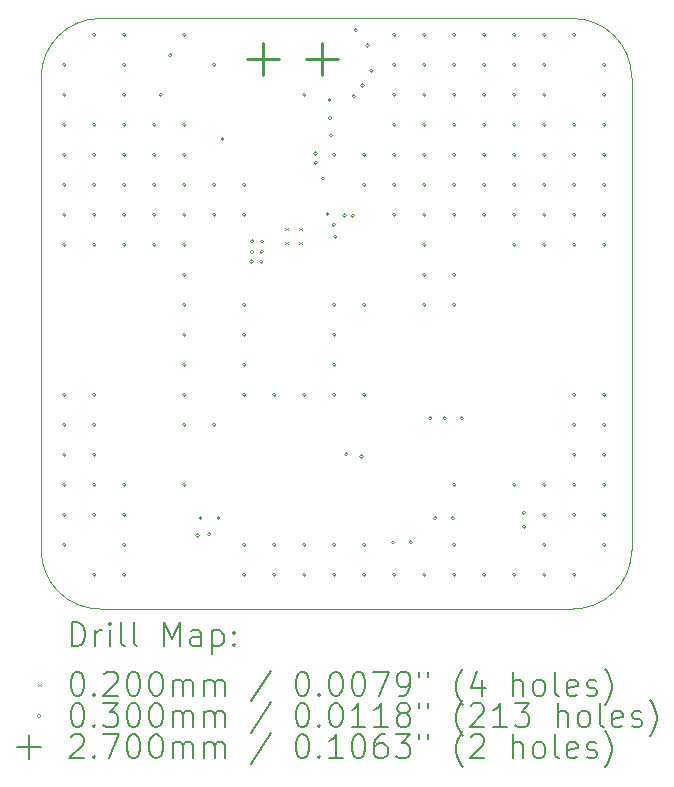
<source format=gbr>
%TF.GenerationSoftware,KiCad,Pcbnew,8.0.1*%
%TF.CreationDate,2025-02-17T13:20:28+05:00*%
%TF.ProjectId,2s_power,32735f70-6f77-4657-922e-6b696361645f,rev?*%
%TF.SameCoordinates,Original*%
%TF.FileFunction,Drillmap*%
%TF.FilePolarity,Positive*%
%FSLAX45Y45*%
G04 Gerber Fmt 4.5, Leading zero omitted, Abs format (unit mm)*
G04 Created by KiCad (PCBNEW 8.0.1) date 2025-02-17 13:20:28*
%MOMM*%
%LPD*%
G01*
G04 APERTURE LIST*
%ADD10C,0.050000*%
%ADD11C,0.200000*%
%ADD12C,0.100000*%
%ADD13C,0.270000*%
G04 APERTURE END LIST*
D10*
X18500000Y-8000000D02*
G75*
G02*
X19000000Y-8500000I0J-500000D01*
G01*
X14000000Y-8500000D02*
G75*
G02*
X14500000Y-8000000I500000J0D01*
G01*
X14500000Y-8000000D02*
X18500000Y-8000000D01*
X14500000Y-13000000D02*
G75*
G02*
X14000000Y-12500000I0J500000D01*
G01*
X19000000Y-8500000D02*
X19000000Y-12500000D01*
X18500000Y-13000000D02*
X14500000Y-13000000D01*
X19000000Y-12500000D02*
G75*
G02*
X18500000Y-13000000I-500000J0D01*
G01*
X14000000Y-12500000D02*
X14000000Y-8500000D01*
D11*
D12*
X16068500Y-9774750D02*
X16088500Y-9794750D01*
X16088500Y-9774750D02*
X16068500Y-9794750D01*
X16068500Y-9892750D02*
X16088500Y-9912750D01*
X16088500Y-9892750D02*
X16068500Y-9912750D01*
X16186500Y-9774750D02*
X16206500Y-9794750D01*
X16206500Y-9774750D02*
X16186500Y-9794750D01*
X16186500Y-9892750D02*
X16206500Y-9912750D01*
X16206500Y-9892750D02*
X16186500Y-9912750D01*
X14211060Y-8392160D02*
G75*
G02*
X14181060Y-8392160I-15000J0D01*
G01*
X14181060Y-8392160D02*
G75*
G02*
X14211060Y-8392160I15000J0D01*
G01*
X14211060Y-8646160D02*
G75*
G02*
X14181060Y-8646160I-15000J0D01*
G01*
X14181060Y-8646160D02*
G75*
G02*
X14211060Y-8646160I15000J0D01*
G01*
X14211060Y-8900160D02*
G75*
G02*
X14181060Y-8900160I-15000J0D01*
G01*
X14181060Y-8900160D02*
G75*
G02*
X14211060Y-8900160I15000J0D01*
G01*
X14211060Y-9154160D02*
G75*
G02*
X14181060Y-9154160I-15000J0D01*
G01*
X14181060Y-9154160D02*
G75*
G02*
X14211060Y-9154160I15000J0D01*
G01*
X14211060Y-9408160D02*
G75*
G02*
X14181060Y-9408160I-15000J0D01*
G01*
X14181060Y-9408160D02*
G75*
G02*
X14211060Y-9408160I15000J0D01*
G01*
X14211060Y-9662160D02*
G75*
G02*
X14181060Y-9662160I-15000J0D01*
G01*
X14181060Y-9662160D02*
G75*
G02*
X14211060Y-9662160I15000J0D01*
G01*
X14211060Y-9916160D02*
G75*
G02*
X14181060Y-9916160I-15000J0D01*
G01*
X14181060Y-9916160D02*
G75*
G02*
X14211060Y-9916160I15000J0D01*
G01*
X14211060Y-11186160D02*
G75*
G02*
X14181060Y-11186160I-15000J0D01*
G01*
X14181060Y-11186160D02*
G75*
G02*
X14211060Y-11186160I15000J0D01*
G01*
X14211060Y-11440160D02*
G75*
G02*
X14181060Y-11440160I-15000J0D01*
G01*
X14181060Y-11440160D02*
G75*
G02*
X14211060Y-11440160I15000J0D01*
G01*
X14211060Y-11694160D02*
G75*
G02*
X14181060Y-11694160I-15000J0D01*
G01*
X14181060Y-11694160D02*
G75*
G02*
X14211060Y-11694160I15000J0D01*
G01*
X14211060Y-11948160D02*
G75*
G02*
X14181060Y-11948160I-15000J0D01*
G01*
X14181060Y-11948160D02*
G75*
G02*
X14211060Y-11948160I15000J0D01*
G01*
X14211060Y-12202160D02*
G75*
G02*
X14181060Y-12202160I-15000J0D01*
G01*
X14181060Y-12202160D02*
G75*
G02*
X14211060Y-12202160I15000J0D01*
G01*
X14211060Y-12456160D02*
G75*
G02*
X14181060Y-12456160I-15000J0D01*
G01*
X14181060Y-12456160D02*
G75*
G02*
X14211060Y-12456160I15000J0D01*
G01*
X14465060Y-8138160D02*
G75*
G02*
X14435060Y-8138160I-15000J0D01*
G01*
X14435060Y-8138160D02*
G75*
G02*
X14465060Y-8138160I15000J0D01*
G01*
X14465060Y-8900160D02*
G75*
G02*
X14435060Y-8900160I-15000J0D01*
G01*
X14435060Y-8900160D02*
G75*
G02*
X14465060Y-8900160I15000J0D01*
G01*
X14465060Y-9154160D02*
G75*
G02*
X14435060Y-9154160I-15000J0D01*
G01*
X14435060Y-9154160D02*
G75*
G02*
X14465060Y-9154160I15000J0D01*
G01*
X14465060Y-9408160D02*
G75*
G02*
X14435060Y-9408160I-15000J0D01*
G01*
X14435060Y-9408160D02*
G75*
G02*
X14465060Y-9408160I15000J0D01*
G01*
X14465060Y-9662160D02*
G75*
G02*
X14435060Y-9662160I-15000J0D01*
G01*
X14435060Y-9662160D02*
G75*
G02*
X14465060Y-9662160I15000J0D01*
G01*
X14465060Y-9916160D02*
G75*
G02*
X14435060Y-9916160I-15000J0D01*
G01*
X14435060Y-9916160D02*
G75*
G02*
X14465060Y-9916160I15000J0D01*
G01*
X14465060Y-11186160D02*
G75*
G02*
X14435060Y-11186160I-15000J0D01*
G01*
X14435060Y-11186160D02*
G75*
G02*
X14465060Y-11186160I15000J0D01*
G01*
X14465060Y-11440160D02*
G75*
G02*
X14435060Y-11440160I-15000J0D01*
G01*
X14435060Y-11440160D02*
G75*
G02*
X14465060Y-11440160I15000J0D01*
G01*
X14465060Y-11694160D02*
G75*
G02*
X14435060Y-11694160I-15000J0D01*
G01*
X14435060Y-11694160D02*
G75*
G02*
X14465060Y-11694160I15000J0D01*
G01*
X14465060Y-11948160D02*
G75*
G02*
X14435060Y-11948160I-15000J0D01*
G01*
X14435060Y-11948160D02*
G75*
G02*
X14465060Y-11948160I15000J0D01*
G01*
X14465060Y-12202160D02*
G75*
G02*
X14435060Y-12202160I-15000J0D01*
G01*
X14435060Y-12202160D02*
G75*
G02*
X14465060Y-12202160I15000J0D01*
G01*
X14465060Y-12710160D02*
G75*
G02*
X14435060Y-12710160I-15000J0D01*
G01*
X14435060Y-12710160D02*
G75*
G02*
X14465060Y-12710160I15000J0D01*
G01*
X14719060Y-8138160D02*
G75*
G02*
X14689060Y-8138160I-15000J0D01*
G01*
X14689060Y-8138160D02*
G75*
G02*
X14719060Y-8138160I15000J0D01*
G01*
X14719060Y-8392160D02*
G75*
G02*
X14689060Y-8392160I-15000J0D01*
G01*
X14689060Y-8392160D02*
G75*
G02*
X14719060Y-8392160I15000J0D01*
G01*
X14719060Y-8646160D02*
G75*
G02*
X14689060Y-8646160I-15000J0D01*
G01*
X14689060Y-8646160D02*
G75*
G02*
X14719060Y-8646160I15000J0D01*
G01*
X14719060Y-8900160D02*
G75*
G02*
X14689060Y-8900160I-15000J0D01*
G01*
X14689060Y-8900160D02*
G75*
G02*
X14719060Y-8900160I15000J0D01*
G01*
X14719060Y-9154160D02*
G75*
G02*
X14689060Y-9154160I-15000J0D01*
G01*
X14689060Y-9154160D02*
G75*
G02*
X14719060Y-9154160I15000J0D01*
G01*
X14719060Y-9408160D02*
G75*
G02*
X14689060Y-9408160I-15000J0D01*
G01*
X14689060Y-9408160D02*
G75*
G02*
X14719060Y-9408160I15000J0D01*
G01*
X14719060Y-9662160D02*
G75*
G02*
X14689060Y-9662160I-15000J0D01*
G01*
X14689060Y-9662160D02*
G75*
G02*
X14719060Y-9662160I15000J0D01*
G01*
X14719060Y-9916160D02*
G75*
G02*
X14689060Y-9916160I-15000J0D01*
G01*
X14689060Y-9916160D02*
G75*
G02*
X14719060Y-9916160I15000J0D01*
G01*
X14719060Y-11948160D02*
G75*
G02*
X14689060Y-11948160I-15000J0D01*
G01*
X14689060Y-11948160D02*
G75*
G02*
X14719060Y-11948160I15000J0D01*
G01*
X14719060Y-12202160D02*
G75*
G02*
X14689060Y-12202160I-15000J0D01*
G01*
X14689060Y-12202160D02*
G75*
G02*
X14719060Y-12202160I15000J0D01*
G01*
X14719060Y-12456160D02*
G75*
G02*
X14689060Y-12456160I-15000J0D01*
G01*
X14689060Y-12456160D02*
G75*
G02*
X14719060Y-12456160I15000J0D01*
G01*
X14719060Y-12710160D02*
G75*
G02*
X14689060Y-12710160I-15000J0D01*
G01*
X14689060Y-12710160D02*
G75*
G02*
X14719060Y-12710160I15000J0D01*
G01*
X14973060Y-8900160D02*
G75*
G02*
X14943060Y-8900160I-15000J0D01*
G01*
X14943060Y-8900160D02*
G75*
G02*
X14973060Y-8900160I15000J0D01*
G01*
X14973060Y-9154160D02*
G75*
G02*
X14943060Y-9154160I-15000J0D01*
G01*
X14943060Y-9154160D02*
G75*
G02*
X14973060Y-9154160I15000J0D01*
G01*
X14973060Y-9408160D02*
G75*
G02*
X14943060Y-9408160I-15000J0D01*
G01*
X14943060Y-9408160D02*
G75*
G02*
X14973060Y-9408160I15000J0D01*
G01*
X14973060Y-9662160D02*
G75*
G02*
X14943060Y-9662160I-15000J0D01*
G01*
X14943060Y-9662160D02*
G75*
G02*
X14973060Y-9662160I15000J0D01*
G01*
X14973060Y-9916160D02*
G75*
G02*
X14943060Y-9916160I-15000J0D01*
G01*
X14943060Y-9916160D02*
G75*
G02*
X14973060Y-9916160I15000J0D01*
G01*
X15027500Y-8647500D02*
G75*
G02*
X14997500Y-8647500I-15000J0D01*
G01*
X14997500Y-8647500D02*
G75*
G02*
X15027500Y-8647500I15000J0D01*
G01*
X15107500Y-8312500D02*
G75*
G02*
X15077500Y-8312500I-15000J0D01*
G01*
X15077500Y-8312500D02*
G75*
G02*
X15107500Y-8312500I15000J0D01*
G01*
X15227060Y-8138160D02*
G75*
G02*
X15197060Y-8138160I-15000J0D01*
G01*
X15197060Y-8138160D02*
G75*
G02*
X15227060Y-8138160I15000J0D01*
G01*
X15227060Y-8900160D02*
G75*
G02*
X15197060Y-8900160I-15000J0D01*
G01*
X15197060Y-8900160D02*
G75*
G02*
X15227060Y-8900160I15000J0D01*
G01*
X15227060Y-9154160D02*
G75*
G02*
X15197060Y-9154160I-15000J0D01*
G01*
X15197060Y-9154160D02*
G75*
G02*
X15227060Y-9154160I15000J0D01*
G01*
X15227060Y-9408160D02*
G75*
G02*
X15197060Y-9408160I-15000J0D01*
G01*
X15197060Y-9408160D02*
G75*
G02*
X15227060Y-9408160I15000J0D01*
G01*
X15227060Y-9662160D02*
G75*
G02*
X15197060Y-9662160I-15000J0D01*
G01*
X15197060Y-9662160D02*
G75*
G02*
X15227060Y-9662160I15000J0D01*
G01*
X15227060Y-9916160D02*
G75*
G02*
X15197060Y-9916160I-15000J0D01*
G01*
X15197060Y-9916160D02*
G75*
G02*
X15227060Y-9916160I15000J0D01*
G01*
X15227060Y-10170160D02*
G75*
G02*
X15197060Y-10170160I-15000J0D01*
G01*
X15197060Y-10170160D02*
G75*
G02*
X15227060Y-10170160I15000J0D01*
G01*
X15227060Y-10424160D02*
G75*
G02*
X15197060Y-10424160I-15000J0D01*
G01*
X15197060Y-10424160D02*
G75*
G02*
X15227060Y-10424160I15000J0D01*
G01*
X15227060Y-10678160D02*
G75*
G02*
X15197060Y-10678160I-15000J0D01*
G01*
X15197060Y-10678160D02*
G75*
G02*
X15227060Y-10678160I15000J0D01*
G01*
X15227060Y-10932160D02*
G75*
G02*
X15197060Y-10932160I-15000J0D01*
G01*
X15197060Y-10932160D02*
G75*
G02*
X15227060Y-10932160I15000J0D01*
G01*
X15227060Y-11186160D02*
G75*
G02*
X15197060Y-11186160I-15000J0D01*
G01*
X15197060Y-11186160D02*
G75*
G02*
X15227060Y-11186160I15000J0D01*
G01*
X15227060Y-11440160D02*
G75*
G02*
X15197060Y-11440160I-15000J0D01*
G01*
X15197060Y-11440160D02*
G75*
G02*
X15227060Y-11440160I15000J0D01*
G01*
X15227060Y-11948160D02*
G75*
G02*
X15197060Y-11948160I-15000J0D01*
G01*
X15197060Y-11948160D02*
G75*
G02*
X15227060Y-11948160I15000J0D01*
G01*
X15337680Y-12377970D02*
G75*
G02*
X15307680Y-12377970I-15000J0D01*
G01*
X15307680Y-12377970D02*
G75*
G02*
X15337680Y-12377970I15000J0D01*
G01*
X15365180Y-12229220D02*
G75*
G02*
X15335180Y-12229220I-15000J0D01*
G01*
X15335180Y-12229220D02*
G75*
G02*
X15365180Y-12229220I15000J0D01*
G01*
X15437680Y-12367970D02*
G75*
G02*
X15407680Y-12367970I-15000J0D01*
G01*
X15407680Y-12367970D02*
G75*
G02*
X15437680Y-12367970I15000J0D01*
G01*
X15481060Y-8392160D02*
G75*
G02*
X15451060Y-8392160I-15000J0D01*
G01*
X15451060Y-8392160D02*
G75*
G02*
X15481060Y-8392160I15000J0D01*
G01*
X15481060Y-9408160D02*
G75*
G02*
X15451060Y-9408160I-15000J0D01*
G01*
X15451060Y-9408160D02*
G75*
G02*
X15481060Y-9408160I15000J0D01*
G01*
X15481060Y-9662160D02*
G75*
G02*
X15451060Y-9662160I-15000J0D01*
G01*
X15451060Y-9662160D02*
G75*
G02*
X15481060Y-9662160I15000J0D01*
G01*
X15481060Y-11440160D02*
G75*
G02*
X15451060Y-11440160I-15000J0D01*
G01*
X15451060Y-11440160D02*
G75*
G02*
X15481060Y-11440160I15000J0D01*
G01*
X15515180Y-12229220D02*
G75*
G02*
X15485180Y-12229220I-15000J0D01*
G01*
X15485180Y-12229220D02*
G75*
G02*
X15515180Y-12229220I15000J0D01*
G01*
X15550000Y-9020000D02*
G75*
G02*
X15520000Y-9020000I-15000J0D01*
G01*
X15520000Y-9020000D02*
G75*
G02*
X15550000Y-9020000I15000J0D01*
G01*
X15735060Y-9408160D02*
G75*
G02*
X15705060Y-9408160I-15000J0D01*
G01*
X15705060Y-9408160D02*
G75*
G02*
X15735060Y-9408160I15000J0D01*
G01*
X15735060Y-9662160D02*
G75*
G02*
X15705060Y-9662160I-15000J0D01*
G01*
X15705060Y-9662160D02*
G75*
G02*
X15735060Y-9662160I15000J0D01*
G01*
X15735060Y-10424160D02*
G75*
G02*
X15705060Y-10424160I-15000J0D01*
G01*
X15705060Y-10424160D02*
G75*
G02*
X15735060Y-10424160I15000J0D01*
G01*
X15735060Y-10678160D02*
G75*
G02*
X15705060Y-10678160I-15000J0D01*
G01*
X15705060Y-10678160D02*
G75*
G02*
X15735060Y-10678160I15000J0D01*
G01*
X15735060Y-10932160D02*
G75*
G02*
X15705060Y-10932160I-15000J0D01*
G01*
X15705060Y-10932160D02*
G75*
G02*
X15735060Y-10932160I15000J0D01*
G01*
X15735060Y-11186160D02*
G75*
G02*
X15705060Y-11186160I-15000J0D01*
G01*
X15705060Y-11186160D02*
G75*
G02*
X15735060Y-11186160I15000J0D01*
G01*
X15735060Y-12456160D02*
G75*
G02*
X15705060Y-12456160I-15000J0D01*
G01*
X15705060Y-12456160D02*
G75*
G02*
X15735060Y-12456160I15000J0D01*
G01*
X15735060Y-12710160D02*
G75*
G02*
X15705060Y-12710160I-15000J0D01*
G01*
X15705060Y-12710160D02*
G75*
G02*
X15735060Y-12710160I15000J0D01*
G01*
X15797500Y-10057500D02*
G75*
G02*
X15767500Y-10057500I-15000J0D01*
G01*
X15767500Y-10057500D02*
G75*
G02*
X15797500Y-10057500I15000J0D01*
G01*
X15800000Y-9977500D02*
G75*
G02*
X15770000Y-9977500I-15000J0D01*
G01*
X15770000Y-9977500D02*
G75*
G02*
X15800000Y-9977500I15000J0D01*
G01*
X15802500Y-9887500D02*
G75*
G02*
X15772500Y-9887500I-15000J0D01*
G01*
X15772500Y-9887500D02*
G75*
G02*
X15802500Y-9887500I15000J0D01*
G01*
X15880000Y-10060000D02*
G75*
G02*
X15850000Y-10060000I-15000J0D01*
G01*
X15850000Y-10060000D02*
G75*
G02*
X15880000Y-10060000I15000J0D01*
G01*
X15882500Y-9975000D02*
G75*
G02*
X15852500Y-9975000I-15000J0D01*
G01*
X15852500Y-9975000D02*
G75*
G02*
X15882500Y-9975000I15000J0D01*
G01*
X15885000Y-9890000D02*
G75*
G02*
X15855000Y-9890000I-15000J0D01*
G01*
X15855000Y-9890000D02*
G75*
G02*
X15885000Y-9890000I15000J0D01*
G01*
X15989060Y-11186160D02*
G75*
G02*
X15959060Y-11186160I-15000J0D01*
G01*
X15959060Y-11186160D02*
G75*
G02*
X15989060Y-11186160I15000J0D01*
G01*
X15989060Y-12456160D02*
G75*
G02*
X15959060Y-12456160I-15000J0D01*
G01*
X15959060Y-12456160D02*
G75*
G02*
X15989060Y-12456160I15000J0D01*
G01*
X15989060Y-12710160D02*
G75*
G02*
X15959060Y-12710160I-15000J0D01*
G01*
X15959060Y-12710160D02*
G75*
G02*
X15989060Y-12710160I15000J0D01*
G01*
X16243060Y-8646160D02*
G75*
G02*
X16213060Y-8646160I-15000J0D01*
G01*
X16213060Y-8646160D02*
G75*
G02*
X16243060Y-8646160I15000J0D01*
G01*
X16243060Y-11186160D02*
G75*
G02*
X16213060Y-11186160I-15000J0D01*
G01*
X16213060Y-11186160D02*
G75*
G02*
X16243060Y-11186160I15000J0D01*
G01*
X16243060Y-12456160D02*
G75*
G02*
X16213060Y-12456160I-15000J0D01*
G01*
X16213060Y-12456160D02*
G75*
G02*
X16243060Y-12456160I15000J0D01*
G01*
X16243060Y-12710160D02*
G75*
G02*
X16213060Y-12710160I-15000J0D01*
G01*
X16213060Y-12710160D02*
G75*
G02*
X16243060Y-12710160I15000J0D01*
G01*
X16337500Y-9142500D02*
G75*
G02*
X16307500Y-9142500I-15000J0D01*
G01*
X16307500Y-9142500D02*
G75*
G02*
X16337500Y-9142500I15000J0D01*
G01*
X16340000Y-9220000D02*
G75*
G02*
X16310000Y-9220000I-15000J0D01*
G01*
X16310000Y-9220000D02*
G75*
G02*
X16340000Y-9220000I15000J0D01*
G01*
X16402500Y-9355000D02*
G75*
G02*
X16372500Y-9355000I-15000J0D01*
G01*
X16372500Y-9355000D02*
G75*
G02*
X16402500Y-9355000I15000J0D01*
G01*
X16440000Y-9655000D02*
G75*
G02*
X16410000Y-9655000I-15000J0D01*
G01*
X16410000Y-9655000D02*
G75*
G02*
X16440000Y-9655000I15000J0D01*
G01*
X16457500Y-8690000D02*
G75*
G02*
X16427500Y-8690000I-15000J0D01*
G01*
X16427500Y-8690000D02*
G75*
G02*
X16457500Y-8690000I15000J0D01*
G01*
X16462500Y-8842500D02*
G75*
G02*
X16432500Y-8842500I-15000J0D01*
G01*
X16432500Y-8842500D02*
G75*
G02*
X16462500Y-8842500I15000J0D01*
G01*
X16470000Y-8990000D02*
G75*
G02*
X16440000Y-8990000I-15000J0D01*
G01*
X16440000Y-8990000D02*
G75*
G02*
X16470000Y-8990000I15000J0D01*
G01*
X16492500Y-9745000D02*
G75*
G02*
X16462500Y-9745000I-15000J0D01*
G01*
X16462500Y-9745000D02*
G75*
G02*
X16492500Y-9745000I15000J0D01*
G01*
X16497060Y-9154160D02*
G75*
G02*
X16467060Y-9154160I-15000J0D01*
G01*
X16467060Y-9154160D02*
G75*
G02*
X16497060Y-9154160I15000J0D01*
G01*
X16497060Y-10424160D02*
G75*
G02*
X16467060Y-10424160I-15000J0D01*
G01*
X16467060Y-10424160D02*
G75*
G02*
X16497060Y-10424160I15000J0D01*
G01*
X16497060Y-10678160D02*
G75*
G02*
X16467060Y-10678160I-15000J0D01*
G01*
X16467060Y-10678160D02*
G75*
G02*
X16497060Y-10678160I15000J0D01*
G01*
X16497060Y-10932160D02*
G75*
G02*
X16467060Y-10932160I-15000J0D01*
G01*
X16467060Y-10932160D02*
G75*
G02*
X16497060Y-10932160I15000J0D01*
G01*
X16497060Y-11186160D02*
G75*
G02*
X16467060Y-11186160I-15000J0D01*
G01*
X16467060Y-11186160D02*
G75*
G02*
X16497060Y-11186160I15000J0D01*
G01*
X16497060Y-12456160D02*
G75*
G02*
X16467060Y-12456160I-15000J0D01*
G01*
X16467060Y-12456160D02*
G75*
G02*
X16497060Y-12456160I15000J0D01*
G01*
X16497060Y-12710160D02*
G75*
G02*
X16467060Y-12710160I-15000J0D01*
G01*
X16467060Y-12710160D02*
G75*
G02*
X16497060Y-12710160I15000J0D01*
G01*
X16505000Y-9847500D02*
G75*
G02*
X16475000Y-9847500I-15000J0D01*
G01*
X16475000Y-9847500D02*
G75*
G02*
X16505000Y-9847500I15000J0D01*
G01*
X16582500Y-9667500D02*
G75*
G02*
X16552500Y-9667500I-15000J0D01*
G01*
X16552500Y-9667500D02*
G75*
G02*
X16582500Y-9667500I15000J0D01*
G01*
X16596760Y-11689540D02*
G75*
G02*
X16566760Y-11689540I-15000J0D01*
G01*
X16566760Y-11689540D02*
G75*
G02*
X16596760Y-11689540I15000J0D01*
G01*
X16655000Y-9670000D02*
G75*
G02*
X16625000Y-9670000I-15000J0D01*
G01*
X16625000Y-9670000D02*
G75*
G02*
X16655000Y-9670000I15000J0D01*
G01*
X16662500Y-8657500D02*
G75*
G02*
X16632500Y-8657500I-15000J0D01*
G01*
X16632500Y-8657500D02*
G75*
G02*
X16662500Y-8657500I15000J0D01*
G01*
X16680000Y-8100000D02*
G75*
G02*
X16650000Y-8100000I-15000J0D01*
G01*
X16650000Y-8100000D02*
G75*
G02*
X16680000Y-8100000I15000J0D01*
G01*
X16726300Y-11709860D02*
G75*
G02*
X16696300Y-11709860I-15000J0D01*
G01*
X16696300Y-11709860D02*
G75*
G02*
X16726300Y-11709860I15000J0D01*
G01*
X16737500Y-8567500D02*
G75*
G02*
X16707500Y-8567500I-15000J0D01*
G01*
X16707500Y-8567500D02*
G75*
G02*
X16737500Y-8567500I15000J0D01*
G01*
X16751060Y-9154160D02*
G75*
G02*
X16721060Y-9154160I-15000J0D01*
G01*
X16721060Y-9154160D02*
G75*
G02*
X16751060Y-9154160I15000J0D01*
G01*
X16751060Y-9408160D02*
G75*
G02*
X16721060Y-9408160I-15000J0D01*
G01*
X16721060Y-9408160D02*
G75*
G02*
X16751060Y-9408160I15000J0D01*
G01*
X16751060Y-10424160D02*
G75*
G02*
X16721060Y-10424160I-15000J0D01*
G01*
X16721060Y-10424160D02*
G75*
G02*
X16751060Y-10424160I15000J0D01*
G01*
X16751060Y-11186160D02*
G75*
G02*
X16721060Y-11186160I-15000J0D01*
G01*
X16721060Y-11186160D02*
G75*
G02*
X16751060Y-11186160I15000J0D01*
G01*
X16751060Y-12456160D02*
G75*
G02*
X16721060Y-12456160I-15000J0D01*
G01*
X16721060Y-12456160D02*
G75*
G02*
X16751060Y-12456160I15000J0D01*
G01*
X16751060Y-12710160D02*
G75*
G02*
X16721060Y-12710160I-15000J0D01*
G01*
X16721060Y-12710160D02*
G75*
G02*
X16751060Y-12710160I15000J0D01*
G01*
X16777500Y-8227500D02*
G75*
G02*
X16747500Y-8227500I-15000J0D01*
G01*
X16747500Y-8227500D02*
G75*
G02*
X16777500Y-8227500I15000J0D01*
G01*
X16810000Y-8442500D02*
G75*
G02*
X16780000Y-8442500I-15000J0D01*
G01*
X16780000Y-8442500D02*
G75*
G02*
X16810000Y-8442500I15000J0D01*
G01*
X16993600Y-12435700D02*
G75*
G02*
X16963600Y-12435700I-15000J0D01*
G01*
X16963600Y-12435700D02*
G75*
G02*
X16993600Y-12435700I15000J0D01*
G01*
X17005060Y-8138160D02*
G75*
G02*
X16975060Y-8138160I-15000J0D01*
G01*
X16975060Y-8138160D02*
G75*
G02*
X17005060Y-8138160I15000J0D01*
G01*
X17005060Y-8392160D02*
G75*
G02*
X16975060Y-8392160I-15000J0D01*
G01*
X16975060Y-8392160D02*
G75*
G02*
X17005060Y-8392160I15000J0D01*
G01*
X17005060Y-8646160D02*
G75*
G02*
X16975060Y-8646160I-15000J0D01*
G01*
X16975060Y-8646160D02*
G75*
G02*
X17005060Y-8646160I15000J0D01*
G01*
X17005060Y-8900160D02*
G75*
G02*
X16975060Y-8900160I-15000J0D01*
G01*
X16975060Y-8900160D02*
G75*
G02*
X17005060Y-8900160I15000J0D01*
G01*
X17005060Y-9154160D02*
G75*
G02*
X16975060Y-9154160I-15000J0D01*
G01*
X16975060Y-9154160D02*
G75*
G02*
X17005060Y-9154160I15000J0D01*
G01*
X17005060Y-9408160D02*
G75*
G02*
X16975060Y-9408160I-15000J0D01*
G01*
X16975060Y-9408160D02*
G75*
G02*
X17005060Y-9408160I15000J0D01*
G01*
X17005060Y-9662160D02*
G75*
G02*
X16975060Y-9662160I-15000J0D01*
G01*
X16975060Y-9662160D02*
G75*
G02*
X17005060Y-9662160I15000J0D01*
G01*
X17005060Y-12710160D02*
G75*
G02*
X16975060Y-12710160I-15000J0D01*
G01*
X16975060Y-12710160D02*
G75*
G02*
X17005060Y-12710160I15000J0D01*
G01*
X17143600Y-12435700D02*
G75*
G02*
X17113600Y-12435700I-15000J0D01*
G01*
X17113600Y-12435700D02*
G75*
G02*
X17143600Y-12435700I15000J0D01*
G01*
X17259060Y-8138160D02*
G75*
G02*
X17229060Y-8138160I-15000J0D01*
G01*
X17229060Y-8138160D02*
G75*
G02*
X17259060Y-8138160I15000J0D01*
G01*
X17259060Y-8392160D02*
G75*
G02*
X17229060Y-8392160I-15000J0D01*
G01*
X17229060Y-8392160D02*
G75*
G02*
X17259060Y-8392160I15000J0D01*
G01*
X17259060Y-8646160D02*
G75*
G02*
X17229060Y-8646160I-15000J0D01*
G01*
X17229060Y-8646160D02*
G75*
G02*
X17259060Y-8646160I15000J0D01*
G01*
X17259060Y-8900160D02*
G75*
G02*
X17229060Y-8900160I-15000J0D01*
G01*
X17229060Y-8900160D02*
G75*
G02*
X17259060Y-8900160I15000J0D01*
G01*
X17259060Y-9154160D02*
G75*
G02*
X17229060Y-9154160I-15000J0D01*
G01*
X17229060Y-9154160D02*
G75*
G02*
X17259060Y-9154160I15000J0D01*
G01*
X17259060Y-9408160D02*
G75*
G02*
X17229060Y-9408160I-15000J0D01*
G01*
X17229060Y-9408160D02*
G75*
G02*
X17259060Y-9408160I15000J0D01*
G01*
X17259060Y-9662160D02*
G75*
G02*
X17229060Y-9662160I-15000J0D01*
G01*
X17229060Y-9662160D02*
G75*
G02*
X17259060Y-9662160I15000J0D01*
G01*
X17259060Y-9916160D02*
G75*
G02*
X17229060Y-9916160I-15000J0D01*
G01*
X17229060Y-9916160D02*
G75*
G02*
X17259060Y-9916160I15000J0D01*
G01*
X17259060Y-10170160D02*
G75*
G02*
X17229060Y-10170160I-15000J0D01*
G01*
X17229060Y-10170160D02*
G75*
G02*
X17259060Y-10170160I15000J0D01*
G01*
X17259060Y-10424160D02*
G75*
G02*
X17229060Y-10424160I-15000J0D01*
G01*
X17229060Y-10424160D02*
G75*
G02*
X17259060Y-10424160I15000J0D01*
G01*
X17259060Y-12710160D02*
G75*
G02*
X17229060Y-12710160I-15000J0D01*
G01*
X17229060Y-12710160D02*
G75*
G02*
X17259060Y-12710160I15000J0D01*
G01*
X17310000Y-11385000D02*
G75*
G02*
X17280000Y-11385000I-15000J0D01*
G01*
X17280000Y-11385000D02*
G75*
G02*
X17310000Y-11385000I15000J0D01*
G01*
X17350180Y-12231720D02*
G75*
G02*
X17320180Y-12231720I-15000J0D01*
G01*
X17320180Y-12231720D02*
G75*
G02*
X17350180Y-12231720I15000J0D01*
G01*
X17432500Y-11385000D02*
G75*
G02*
X17402500Y-11385000I-15000J0D01*
G01*
X17402500Y-11385000D02*
G75*
G02*
X17432500Y-11385000I15000J0D01*
G01*
X17500180Y-12231720D02*
G75*
G02*
X17470180Y-12231720I-15000J0D01*
G01*
X17470180Y-12231720D02*
G75*
G02*
X17500180Y-12231720I15000J0D01*
G01*
X17513060Y-8138160D02*
G75*
G02*
X17483060Y-8138160I-15000J0D01*
G01*
X17483060Y-8138160D02*
G75*
G02*
X17513060Y-8138160I15000J0D01*
G01*
X17513060Y-8392160D02*
G75*
G02*
X17483060Y-8392160I-15000J0D01*
G01*
X17483060Y-8392160D02*
G75*
G02*
X17513060Y-8392160I15000J0D01*
G01*
X17513060Y-8646160D02*
G75*
G02*
X17483060Y-8646160I-15000J0D01*
G01*
X17483060Y-8646160D02*
G75*
G02*
X17513060Y-8646160I15000J0D01*
G01*
X17513060Y-8900160D02*
G75*
G02*
X17483060Y-8900160I-15000J0D01*
G01*
X17483060Y-8900160D02*
G75*
G02*
X17513060Y-8900160I15000J0D01*
G01*
X17513060Y-9154160D02*
G75*
G02*
X17483060Y-9154160I-15000J0D01*
G01*
X17483060Y-9154160D02*
G75*
G02*
X17513060Y-9154160I15000J0D01*
G01*
X17513060Y-9408160D02*
G75*
G02*
X17483060Y-9408160I-15000J0D01*
G01*
X17483060Y-9408160D02*
G75*
G02*
X17513060Y-9408160I15000J0D01*
G01*
X17513060Y-9662160D02*
G75*
G02*
X17483060Y-9662160I-15000J0D01*
G01*
X17483060Y-9662160D02*
G75*
G02*
X17513060Y-9662160I15000J0D01*
G01*
X17513060Y-10170160D02*
G75*
G02*
X17483060Y-10170160I-15000J0D01*
G01*
X17483060Y-10170160D02*
G75*
G02*
X17513060Y-10170160I15000J0D01*
G01*
X17513060Y-10424160D02*
G75*
G02*
X17483060Y-10424160I-15000J0D01*
G01*
X17483060Y-10424160D02*
G75*
G02*
X17513060Y-10424160I15000J0D01*
G01*
X17513060Y-11948160D02*
G75*
G02*
X17483060Y-11948160I-15000J0D01*
G01*
X17483060Y-11948160D02*
G75*
G02*
X17513060Y-11948160I15000J0D01*
G01*
X17513060Y-12456160D02*
G75*
G02*
X17483060Y-12456160I-15000J0D01*
G01*
X17483060Y-12456160D02*
G75*
G02*
X17513060Y-12456160I15000J0D01*
G01*
X17513060Y-12710160D02*
G75*
G02*
X17483060Y-12710160I-15000J0D01*
G01*
X17483060Y-12710160D02*
G75*
G02*
X17513060Y-12710160I15000J0D01*
G01*
X17575000Y-11385000D02*
G75*
G02*
X17545000Y-11385000I-15000J0D01*
G01*
X17545000Y-11385000D02*
G75*
G02*
X17575000Y-11385000I15000J0D01*
G01*
X17767060Y-8138160D02*
G75*
G02*
X17737060Y-8138160I-15000J0D01*
G01*
X17737060Y-8138160D02*
G75*
G02*
X17767060Y-8138160I15000J0D01*
G01*
X17767060Y-8392160D02*
G75*
G02*
X17737060Y-8392160I-15000J0D01*
G01*
X17737060Y-8392160D02*
G75*
G02*
X17767060Y-8392160I15000J0D01*
G01*
X17767060Y-8646160D02*
G75*
G02*
X17737060Y-8646160I-15000J0D01*
G01*
X17737060Y-8646160D02*
G75*
G02*
X17767060Y-8646160I15000J0D01*
G01*
X17767060Y-8900160D02*
G75*
G02*
X17737060Y-8900160I-15000J0D01*
G01*
X17737060Y-8900160D02*
G75*
G02*
X17767060Y-8900160I15000J0D01*
G01*
X17767060Y-9154160D02*
G75*
G02*
X17737060Y-9154160I-15000J0D01*
G01*
X17737060Y-9154160D02*
G75*
G02*
X17767060Y-9154160I15000J0D01*
G01*
X17767060Y-9408160D02*
G75*
G02*
X17737060Y-9408160I-15000J0D01*
G01*
X17737060Y-9408160D02*
G75*
G02*
X17767060Y-9408160I15000J0D01*
G01*
X17767060Y-9662160D02*
G75*
G02*
X17737060Y-9662160I-15000J0D01*
G01*
X17737060Y-9662160D02*
G75*
G02*
X17767060Y-9662160I15000J0D01*
G01*
X17767060Y-12710160D02*
G75*
G02*
X17737060Y-12710160I-15000J0D01*
G01*
X17737060Y-12710160D02*
G75*
G02*
X17767060Y-12710160I15000J0D01*
G01*
X18021060Y-8138160D02*
G75*
G02*
X17991060Y-8138160I-15000J0D01*
G01*
X17991060Y-8138160D02*
G75*
G02*
X18021060Y-8138160I15000J0D01*
G01*
X18021060Y-8392160D02*
G75*
G02*
X17991060Y-8392160I-15000J0D01*
G01*
X17991060Y-8392160D02*
G75*
G02*
X18021060Y-8392160I15000J0D01*
G01*
X18021060Y-8646160D02*
G75*
G02*
X17991060Y-8646160I-15000J0D01*
G01*
X17991060Y-8646160D02*
G75*
G02*
X18021060Y-8646160I15000J0D01*
G01*
X18021060Y-8900160D02*
G75*
G02*
X17991060Y-8900160I-15000J0D01*
G01*
X17991060Y-8900160D02*
G75*
G02*
X18021060Y-8900160I15000J0D01*
G01*
X18021060Y-9154160D02*
G75*
G02*
X17991060Y-9154160I-15000J0D01*
G01*
X17991060Y-9154160D02*
G75*
G02*
X18021060Y-9154160I15000J0D01*
G01*
X18021060Y-9408160D02*
G75*
G02*
X17991060Y-9408160I-15000J0D01*
G01*
X17991060Y-9408160D02*
G75*
G02*
X18021060Y-9408160I15000J0D01*
G01*
X18021060Y-9662160D02*
G75*
G02*
X17991060Y-9662160I-15000J0D01*
G01*
X17991060Y-9662160D02*
G75*
G02*
X18021060Y-9662160I15000J0D01*
G01*
X18021060Y-9916160D02*
G75*
G02*
X17991060Y-9916160I-15000J0D01*
G01*
X17991060Y-9916160D02*
G75*
G02*
X18021060Y-9916160I15000J0D01*
G01*
X18021060Y-11948160D02*
G75*
G02*
X17991060Y-11948160I-15000J0D01*
G01*
X17991060Y-11948160D02*
G75*
G02*
X18021060Y-11948160I15000J0D01*
G01*
X18021060Y-12710160D02*
G75*
G02*
X17991060Y-12710160I-15000J0D01*
G01*
X17991060Y-12710160D02*
G75*
G02*
X18021060Y-12710160I15000J0D01*
G01*
X18100180Y-12184845D02*
G75*
G02*
X18070180Y-12184845I-15000J0D01*
G01*
X18070180Y-12184845D02*
G75*
G02*
X18100180Y-12184845I15000J0D01*
G01*
X18105180Y-12304845D02*
G75*
G02*
X18075180Y-12304845I-15000J0D01*
G01*
X18075180Y-12304845D02*
G75*
G02*
X18105180Y-12304845I15000J0D01*
G01*
X18275060Y-8138160D02*
G75*
G02*
X18245060Y-8138160I-15000J0D01*
G01*
X18245060Y-8138160D02*
G75*
G02*
X18275060Y-8138160I15000J0D01*
G01*
X18275060Y-8392160D02*
G75*
G02*
X18245060Y-8392160I-15000J0D01*
G01*
X18245060Y-8392160D02*
G75*
G02*
X18275060Y-8392160I15000J0D01*
G01*
X18275060Y-8646160D02*
G75*
G02*
X18245060Y-8646160I-15000J0D01*
G01*
X18245060Y-8646160D02*
G75*
G02*
X18275060Y-8646160I15000J0D01*
G01*
X18275060Y-8900160D02*
G75*
G02*
X18245060Y-8900160I-15000J0D01*
G01*
X18245060Y-8900160D02*
G75*
G02*
X18275060Y-8900160I15000J0D01*
G01*
X18275060Y-9154160D02*
G75*
G02*
X18245060Y-9154160I-15000J0D01*
G01*
X18245060Y-9154160D02*
G75*
G02*
X18275060Y-9154160I15000J0D01*
G01*
X18275060Y-9408160D02*
G75*
G02*
X18245060Y-9408160I-15000J0D01*
G01*
X18245060Y-9408160D02*
G75*
G02*
X18275060Y-9408160I15000J0D01*
G01*
X18275060Y-9662160D02*
G75*
G02*
X18245060Y-9662160I-15000J0D01*
G01*
X18245060Y-9662160D02*
G75*
G02*
X18275060Y-9662160I15000J0D01*
G01*
X18275060Y-9916160D02*
G75*
G02*
X18245060Y-9916160I-15000J0D01*
G01*
X18245060Y-9916160D02*
G75*
G02*
X18275060Y-9916160I15000J0D01*
G01*
X18275060Y-11948160D02*
G75*
G02*
X18245060Y-11948160I-15000J0D01*
G01*
X18245060Y-11948160D02*
G75*
G02*
X18275060Y-11948160I15000J0D01*
G01*
X18275060Y-12202160D02*
G75*
G02*
X18245060Y-12202160I-15000J0D01*
G01*
X18245060Y-12202160D02*
G75*
G02*
X18275060Y-12202160I15000J0D01*
G01*
X18275060Y-12456160D02*
G75*
G02*
X18245060Y-12456160I-15000J0D01*
G01*
X18245060Y-12456160D02*
G75*
G02*
X18275060Y-12456160I15000J0D01*
G01*
X18275060Y-12710160D02*
G75*
G02*
X18245060Y-12710160I-15000J0D01*
G01*
X18245060Y-12710160D02*
G75*
G02*
X18275060Y-12710160I15000J0D01*
G01*
X18529060Y-8138160D02*
G75*
G02*
X18499060Y-8138160I-15000J0D01*
G01*
X18499060Y-8138160D02*
G75*
G02*
X18529060Y-8138160I15000J0D01*
G01*
X18529060Y-8900160D02*
G75*
G02*
X18499060Y-8900160I-15000J0D01*
G01*
X18499060Y-8900160D02*
G75*
G02*
X18529060Y-8900160I15000J0D01*
G01*
X18529060Y-9154160D02*
G75*
G02*
X18499060Y-9154160I-15000J0D01*
G01*
X18499060Y-9154160D02*
G75*
G02*
X18529060Y-9154160I15000J0D01*
G01*
X18529060Y-9408160D02*
G75*
G02*
X18499060Y-9408160I-15000J0D01*
G01*
X18499060Y-9408160D02*
G75*
G02*
X18529060Y-9408160I15000J0D01*
G01*
X18529060Y-9662160D02*
G75*
G02*
X18499060Y-9662160I-15000J0D01*
G01*
X18499060Y-9662160D02*
G75*
G02*
X18529060Y-9662160I15000J0D01*
G01*
X18529060Y-9916160D02*
G75*
G02*
X18499060Y-9916160I-15000J0D01*
G01*
X18499060Y-9916160D02*
G75*
G02*
X18529060Y-9916160I15000J0D01*
G01*
X18529060Y-11186160D02*
G75*
G02*
X18499060Y-11186160I-15000J0D01*
G01*
X18499060Y-11186160D02*
G75*
G02*
X18529060Y-11186160I15000J0D01*
G01*
X18529060Y-11440160D02*
G75*
G02*
X18499060Y-11440160I-15000J0D01*
G01*
X18499060Y-11440160D02*
G75*
G02*
X18529060Y-11440160I15000J0D01*
G01*
X18529060Y-11694160D02*
G75*
G02*
X18499060Y-11694160I-15000J0D01*
G01*
X18499060Y-11694160D02*
G75*
G02*
X18529060Y-11694160I15000J0D01*
G01*
X18529060Y-11948160D02*
G75*
G02*
X18499060Y-11948160I-15000J0D01*
G01*
X18499060Y-11948160D02*
G75*
G02*
X18529060Y-11948160I15000J0D01*
G01*
X18529060Y-12202160D02*
G75*
G02*
X18499060Y-12202160I-15000J0D01*
G01*
X18499060Y-12202160D02*
G75*
G02*
X18529060Y-12202160I15000J0D01*
G01*
X18529060Y-12710160D02*
G75*
G02*
X18499060Y-12710160I-15000J0D01*
G01*
X18499060Y-12710160D02*
G75*
G02*
X18529060Y-12710160I15000J0D01*
G01*
X18783060Y-8392160D02*
G75*
G02*
X18753060Y-8392160I-15000J0D01*
G01*
X18753060Y-8392160D02*
G75*
G02*
X18783060Y-8392160I15000J0D01*
G01*
X18783060Y-8646160D02*
G75*
G02*
X18753060Y-8646160I-15000J0D01*
G01*
X18753060Y-8646160D02*
G75*
G02*
X18783060Y-8646160I15000J0D01*
G01*
X18783060Y-8900160D02*
G75*
G02*
X18753060Y-8900160I-15000J0D01*
G01*
X18753060Y-8900160D02*
G75*
G02*
X18783060Y-8900160I15000J0D01*
G01*
X18783060Y-9154160D02*
G75*
G02*
X18753060Y-9154160I-15000J0D01*
G01*
X18753060Y-9154160D02*
G75*
G02*
X18783060Y-9154160I15000J0D01*
G01*
X18783060Y-9408160D02*
G75*
G02*
X18753060Y-9408160I-15000J0D01*
G01*
X18753060Y-9408160D02*
G75*
G02*
X18783060Y-9408160I15000J0D01*
G01*
X18783060Y-9662160D02*
G75*
G02*
X18753060Y-9662160I-15000J0D01*
G01*
X18753060Y-9662160D02*
G75*
G02*
X18783060Y-9662160I15000J0D01*
G01*
X18783060Y-9916160D02*
G75*
G02*
X18753060Y-9916160I-15000J0D01*
G01*
X18753060Y-9916160D02*
G75*
G02*
X18783060Y-9916160I15000J0D01*
G01*
X18783060Y-11186160D02*
G75*
G02*
X18753060Y-11186160I-15000J0D01*
G01*
X18753060Y-11186160D02*
G75*
G02*
X18783060Y-11186160I15000J0D01*
G01*
X18783060Y-11440160D02*
G75*
G02*
X18753060Y-11440160I-15000J0D01*
G01*
X18753060Y-11440160D02*
G75*
G02*
X18783060Y-11440160I15000J0D01*
G01*
X18783060Y-11694160D02*
G75*
G02*
X18753060Y-11694160I-15000J0D01*
G01*
X18753060Y-11694160D02*
G75*
G02*
X18783060Y-11694160I15000J0D01*
G01*
X18783060Y-11948160D02*
G75*
G02*
X18753060Y-11948160I-15000J0D01*
G01*
X18753060Y-11948160D02*
G75*
G02*
X18783060Y-11948160I15000J0D01*
G01*
X18783060Y-12202160D02*
G75*
G02*
X18753060Y-12202160I-15000J0D01*
G01*
X18753060Y-12202160D02*
G75*
G02*
X18783060Y-12202160I15000J0D01*
G01*
X18783060Y-12456160D02*
G75*
G02*
X18753060Y-12456160I-15000J0D01*
G01*
X18753060Y-12456160D02*
G75*
G02*
X18783060Y-12456160I15000J0D01*
G01*
D13*
X15880000Y-8205000D02*
X15880000Y-8475000D01*
X15745000Y-8340000D02*
X16015000Y-8340000D01*
X16380000Y-8205000D02*
X16380000Y-8475000D01*
X16245000Y-8340000D02*
X16515000Y-8340000D01*
D11*
X14258277Y-13313984D02*
X14258277Y-13113984D01*
X14258277Y-13113984D02*
X14305896Y-13113984D01*
X14305896Y-13113984D02*
X14334467Y-13123508D01*
X14334467Y-13123508D02*
X14353515Y-13142555D01*
X14353515Y-13142555D02*
X14363039Y-13161603D01*
X14363039Y-13161603D02*
X14372562Y-13199698D01*
X14372562Y-13199698D02*
X14372562Y-13228269D01*
X14372562Y-13228269D02*
X14363039Y-13266365D01*
X14363039Y-13266365D02*
X14353515Y-13285412D01*
X14353515Y-13285412D02*
X14334467Y-13304460D01*
X14334467Y-13304460D02*
X14305896Y-13313984D01*
X14305896Y-13313984D02*
X14258277Y-13313984D01*
X14458277Y-13313984D02*
X14458277Y-13180650D01*
X14458277Y-13218746D02*
X14467801Y-13199698D01*
X14467801Y-13199698D02*
X14477324Y-13190174D01*
X14477324Y-13190174D02*
X14496372Y-13180650D01*
X14496372Y-13180650D02*
X14515420Y-13180650D01*
X14582086Y-13313984D02*
X14582086Y-13180650D01*
X14582086Y-13113984D02*
X14572562Y-13123508D01*
X14572562Y-13123508D02*
X14582086Y-13133031D01*
X14582086Y-13133031D02*
X14591610Y-13123508D01*
X14591610Y-13123508D02*
X14582086Y-13113984D01*
X14582086Y-13113984D02*
X14582086Y-13133031D01*
X14705896Y-13313984D02*
X14686848Y-13304460D01*
X14686848Y-13304460D02*
X14677324Y-13285412D01*
X14677324Y-13285412D02*
X14677324Y-13113984D01*
X14810658Y-13313984D02*
X14791610Y-13304460D01*
X14791610Y-13304460D02*
X14782086Y-13285412D01*
X14782086Y-13285412D02*
X14782086Y-13113984D01*
X15039229Y-13313984D02*
X15039229Y-13113984D01*
X15039229Y-13113984D02*
X15105896Y-13256841D01*
X15105896Y-13256841D02*
X15172562Y-13113984D01*
X15172562Y-13113984D02*
X15172562Y-13313984D01*
X15353515Y-13313984D02*
X15353515Y-13209222D01*
X15353515Y-13209222D02*
X15343991Y-13190174D01*
X15343991Y-13190174D02*
X15324943Y-13180650D01*
X15324943Y-13180650D02*
X15286848Y-13180650D01*
X15286848Y-13180650D02*
X15267801Y-13190174D01*
X15353515Y-13304460D02*
X15334467Y-13313984D01*
X15334467Y-13313984D02*
X15286848Y-13313984D01*
X15286848Y-13313984D02*
X15267801Y-13304460D01*
X15267801Y-13304460D02*
X15258277Y-13285412D01*
X15258277Y-13285412D02*
X15258277Y-13266365D01*
X15258277Y-13266365D02*
X15267801Y-13247317D01*
X15267801Y-13247317D02*
X15286848Y-13237793D01*
X15286848Y-13237793D02*
X15334467Y-13237793D01*
X15334467Y-13237793D02*
X15353515Y-13228269D01*
X15448753Y-13180650D02*
X15448753Y-13380650D01*
X15448753Y-13190174D02*
X15467801Y-13180650D01*
X15467801Y-13180650D02*
X15505896Y-13180650D01*
X15505896Y-13180650D02*
X15524943Y-13190174D01*
X15524943Y-13190174D02*
X15534467Y-13199698D01*
X15534467Y-13199698D02*
X15543991Y-13218746D01*
X15543991Y-13218746D02*
X15543991Y-13275888D01*
X15543991Y-13275888D02*
X15534467Y-13294936D01*
X15534467Y-13294936D02*
X15524943Y-13304460D01*
X15524943Y-13304460D02*
X15505896Y-13313984D01*
X15505896Y-13313984D02*
X15467801Y-13313984D01*
X15467801Y-13313984D02*
X15448753Y-13304460D01*
X15629705Y-13294936D02*
X15639229Y-13304460D01*
X15639229Y-13304460D02*
X15629705Y-13313984D01*
X15629705Y-13313984D02*
X15620182Y-13304460D01*
X15620182Y-13304460D02*
X15629705Y-13294936D01*
X15629705Y-13294936D02*
X15629705Y-13313984D01*
X15629705Y-13190174D02*
X15639229Y-13199698D01*
X15639229Y-13199698D02*
X15629705Y-13209222D01*
X15629705Y-13209222D02*
X15620182Y-13199698D01*
X15620182Y-13199698D02*
X15629705Y-13190174D01*
X15629705Y-13190174D02*
X15629705Y-13209222D01*
D12*
X13977500Y-13632500D02*
X13997500Y-13652500D01*
X13997500Y-13632500D02*
X13977500Y-13652500D01*
D11*
X14296372Y-13533984D02*
X14315420Y-13533984D01*
X14315420Y-13533984D02*
X14334467Y-13543508D01*
X14334467Y-13543508D02*
X14343991Y-13553031D01*
X14343991Y-13553031D02*
X14353515Y-13572079D01*
X14353515Y-13572079D02*
X14363039Y-13610174D01*
X14363039Y-13610174D02*
X14363039Y-13657793D01*
X14363039Y-13657793D02*
X14353515Y-13695888D01*
X14353515Y-13695888D02*
X14343991Y-13714936D01*
X14343991Y-13714936D02*
X14334467Y-13724460D01*
X14334467Y-13724460D02*
X14315420Y-13733984D01*
X14315420Y-13733984D02*
X14296372Y-13733984D01*
X14296372Y-13733984D02*
X14277324Y-13724460D01*
X14277324Y-13724460D02*
X14267801Y-13714936D01*
X14267801Y-13714936D02*
X14258277Y-13695888D01*
X14258277Y-13695888D02*
X14248753Y-13657793D01*
X14248753Y-13657793D02*
X14248753Y-13610174D01*
X14248753Y-13610174D02*
X14258277Y-13572079D01*
X14258277Y-13572079D02*
X14267801Y-13553031D01*
X14267801Y-13553031D02*
X14277324Y-13543508D01*
X14277324Y-13543508D02*
X14296372Y-13533984D01*
X14448753Y-13714936D02*
X14458277Y-13724460D01*
X14458277Y-13724460D02*
X14448753Y-13733984D01*
X14448753Y-13733984D02*
X14439229Y-13724460D01*
X14439229Y-13724460D02*
X14448753Y-13714936D01*
X14448753Y-13714936D02*
X14448753Y-13733984D01*
X14534467Y-13553031D02*
X14543991Y-13543508D01*
X14543991Y-13543508D02*
X14563039Y-13533984D01*
X14563039Y-13533984D02*
X14610658Y-13533984D01*
X14610658Y-13533984D02*
X14629705Y-13543508D01*
X14629705Y-13543508D02*
X14639229Y-13553031D01*
X14639229Y-13553031D02*
X14648753Y-13572079D01*
X14648753Y-13572079D02*
X14648753Y-13591127D01*
X14648753Y-13591127D02*
X14639229Y-13619698D01*
X14639229Y-13619698D02*
X14524943Y-13733984D01*
X14524943Y-13733984D02*
X14648753Y-13733984D01*
X14772562Y-13533984D02*
X14791610Y-13533984D01*
X14791610Y-13533984D02*
X14810658Y-13543508D01*
X14810658Y-13543508D02*
X14820182Y-13553031D01*
X14820182Y-13553031D02*
X14829705Y-13572079D01*
X14829705Y-13572079D02*
X14839229Y-13610174D01*
X14839229Y-13610174D02*
X14839229Y-13657793D01*
X14839229Y-13657793D02*
X14829705Y-13695888D01*
X14829705Y-13695888D02*
X14820182Y-13714936D01*
X14820182Y-13714936D02*
X14810658Y-13724460D01*
X14810658Y-13724460D02*
X14791610Y-13733984D01*
X14791610Y-13733984D02*
X14772562Y-13733984D01*
X14772562Y-13733984D02*
X14753515Y-13724460D01*
X14753515Y-13724460D02*
X14743991Y-13714936D01*
X14743991Y-13714936D02*
X14734467Y-13695888D01*
X14734467Y-13695888D02*
X14724943Y-13657793D01*
X14724943Y-13657793D02*
X14724943Y-13610174D01*
X14724943Y-13610174D02*
X14734467Y-13572079D01*
X14734467Y-13572079D02*
X14743991Y-13553031D01*
X14743991Y-13553031D02*
X14753515Y-13543508D01*
X14753515Y-13543508D02*
X14772562Y-13533984D01*
X14963039Y-13533984D02*
X14982086Y-13533984D01*
X14982086Y-13533984D02*
X15001134Y-13543508D01*
X15001134Y-13543508D02*
X15010658Y-13553031D01*
X15010658Y-13553031D02*
X15020182Y-13572079D01*
X15020182Y-13572079D02*
X15029705Y-13610174D01*
X15029705Y-13610174D02*
X15029705Y-13657793D01*
X15029705Y-13657793D02*
X15020182Y-13695888D01*
X15020182Y-13695888D02*
X15010658Y-13714936D01*
X15010658Y-13714936D02*
X15001134Y-13724460D01*
X15001134Y-13724460D02*
X14982086Y-13733984D01*
X14982086Y-13733984D02*
X14963039Y-13733984D01*
X14963039Y-13733984D02*
X14943991Y-13724460D01*
X14943991Y-13724460D02*
X14934467Y-13714936D01*
X14934467Y-13714936D02*
X14924943Y-13695888D01*
X14924943Y-13695888D02*
X14915420Y-13657793D01*
X14915420Y-13657793D02*
X14915420Y-13610174D01*
X14915420Y-13610174D02*
X14924943Y-13572079D01*
X14924943Y-13572079D02*
X14934467Y-13553031D01*
X14934467Y-13553031D02*
X14943991Y-13543508D01*
X14943991Y-13543508D02*
X14963039Y-13533984D01*
X15115420Y-13733984D02*
X15115420Y-13600650D01*
X15115420Y-13619698D02*
X15124943Y-13610174D01*
X15124943Y-13610174D02*
X15143991Y-13600650D01*
X15143991Y-13600650D02*
X15172563Y-13600650D01*
X15172563Y-13600650D02*
X15191610Y-13610174D01*
X15191610Y-13610174D02*
X15201134Y-13629222D01*
X15201134Y-13629222D02*
X15201134Y-13733984D01*
X15201134Y-13629222D02*
X15210658Y-13610174D01*
X15210658Y-13610174D02*
X15229705Y-13600650D01*
X15229705Y-13600650D02*
X15258277Y-13600650D01*
X15258277Y-13600650D02*
X15277324Y-13610174D01*
X15277324Y-13610174D02*
X15286848Y-13629222D01*
X15286848Y-13629222D02*
X15286848Y-13733984D01*
X15382086Y-13733984D02*
X15382086Y-13600650D01*
X15382086Y-13619698D02*
X15391610Y-13610174D01*
X15391610Y-13610174D02*
X15410658Y-13600650D01*
X15410658Y-13600650D02*
X15439229Y-13600650D01*
X15439229Y-13600650D02*
X15458277Y-13610174D01*
X15458277Y-13610174D02*
X15467801Y-13629222D01*
X15467801Y-13629222D02*
X15467801Y-13733984D01*
X15467801Y-13629222D02*
X15477324Y-13610174D01*
X15477324Y-13610174D02*
X15496372Y-13600650D01*
X15496372Y-13600650D02*
X15524943Y-13600650D01*
X15524943Y-13600650D02*
X15543991Y-13610174D01*
X15543991Y-13610174D02*
X15553515Y-13629222D01*
X15553515Y-13629222D02*
X15553515Y-13733984D01*
X15943991Y-13524460D02*
X15772563Y-13781603D01*
X16201134Y-13533984D02*
X16220182Y-13533984D01*
X16220182Y-13533984D02*
X16239229Y-13543508D01*
X16239229Y-13543508D02*
X16248753Y-13553031D01*
X16248753Y-13553031D02*
X16258277Y-13572079D01*
X16258277Y-13572079D02*
X16267801Y-13610174D01*
X16267801Y-13610174D02*
X16267801Y-13657793D01*
X16267801Y-13657793D02*
X16258277Y-13695888D01*
X16258277Y-13695888D02*
X16248753Y-13714936D01*
X16248753Y-13714936D02*
X16239229Y-13724460D01*
X16239229Y-13724460D02*
X16220182Y-13733984D01*
X16220182Y-13733984D02*
X16201134Y-13733984D01*
X16201134Y-13733984D02*
X16182086Y-13724460D01*
X16182086Y-13724460D02*
X16172563Y-13714936D01*
X16172563Y-13714936D02*
X16163039Y-13695888D01*
X16163039Y-13695888D02*
X16153515Y-13657793D01*
X16153515Y-13657793D02*
X16153515Y-13610174D01*
X16153515Y-13610174D02*
X16163039Y-13572079D01*
X16163039Y-13572079D02*
X16172563Y-13553031D01*
X16172563Y-13553031D02*
X16182086Y-13543508D01*
X16182086Y-13543508D02*
X16201134Y-13533984D01*
X16353515Y-13714936D02*
X16363039Y-13724460D01*
X16363039Y-13724460D02*
X16353515Y-13733984D01*
X16353515Y-13733984D02*
X16343991Y-13724460D01*
X16343991Y-13724460D02*
X16353515Y-13714936D01*
X16353515Y-13714936D02*
X16353515Y-13733984D01*
X16486848Y-13533984D02*
X16505896Y-13533984D01*
X16505896Y-13533984D02*
X16524944Y-13543508D01*
X16524944Y-13543508D02*
X16534467Y-13553031D01*
X16534467Y-13553031D02*
X16543991Y-13572079D01*
X16543991Y-13572079D02*
X16553515Y-13610174D01*
X16553515Y-13610174D02*
X16553515Y-13657793D01*
X16553515Y-13657793D02*
X16543991Y-13695888D01*
X16543991Y-13695888D02*
X16534467Y-13714936D01*
X16534467Y-13714936D02*
X16524944Y-13724460D01*
X16524944Y-13724460D02*
X16505896Y-13733984D01*
X16505896Y-13733984D02*
X16486848Y-13733984D01*
X16486848Y-13733984D02*
X16467801Y-13724460D01*
X16467801Y-13724460D02*
X16458277Y-13714936D01*
X16458277Y-13714936D02*
X16448753Y-13695888D01*
X16448753Y-13695888D02*
X16439229Y-13657793D01*
X16439229Y-13657793D02*
X16439229Y-13610174D01*
X16439229Y-13610174D02*
X16448753Y-13572079D01*
X16448753Y-13572079D02*
X16458277Y-13553031D01*
X16458277Y-13553031D02*
X16467801Y-13543508D01*
X16467801Y-13543508D02*
X16486848Y-13533984D01*
X16677325Y-13533984D02*
X16696372Y-13533984D01*
X16696372Y-13533984D02*
X16715420Y-13543508D01*
X16715420Y-13543508D02*
X16724944Y-13553031D01*
X16724944Y-13553031D02*
X16734467Y-13572079D01*
X16734467Y-13572079D02*
X16743991Y-13610174D01*
X16743991Y-13610174D02*
X16743991Y-13657793D01*
X16743991Y-13657793D02*
X16734467Y-13695888D01*
X16734467Y-13695888D02*
X16724944Y-13714936D01*
X16724944Y-13714936D02*
X16715420Y-13724460D01*
X16715420Y-13724460D02*
X16696372Y-13733984D01*
X16696372Y-13733984D02*
X16677325Y-13733984D01*
X16677325Y-13733984D02*
X16658277Y-13724460D01*
X16658277Y-13724460D02*
X16648753Y-13714936D01*
X16648753Y-13714936D02*
X16639229Y-13695888D01*
X16639229Y-13695888D02*
X16629706Y-13657793D01*
X16629706Y-13657793D02*
X16629706Y-13610174D01*
X16629706Y-13610174D02*
X16639229Y-13572079D01*
X16639229Y-13572079D02*
X16648753Y-13553031D01*
X16648753Y-13553031D02*
X16658277Y-13543508D01*
X16658277Y-13543508D02*
X16677325Y-13533984D01*
X16810658Y-13533984D02*
X16943991Y-13533984D01*
X16943991Y-13533984D02*
X16858277Y-13733984D01*
X17029706Y-13733984D02*
X17067801Y-13733984D01*
X17067801Y-13733984D02*
X17086849Y-13724460D01*
X17086849Y-13724460D02*
X17096372Y-13714936D01*
X17096372Y-13714936D02*
X17115420Y-13686365D01*
X17115420Y-13686365D02*
X17124944Y-13648269D01*
X17124944Y-13648269D02*
X17124944Y-13572079D01*
X17124944Y-13572079D02*
X17115420Y-13553031D01*
X17115420Y-13553031D02*
X17105896Y-13543508D01*
X17105896Y-13543508D02*
X17086849Y-13533984D01*
X17086849Y-13533984D02*
X17048753Y-13533984D01*
X17048753Y-13533984D02*
X17029706Y-13543508D01*
X17029706Y-13543508D02*
X17020182Y-13553031D01*
X17020182Y-13553031D02*
X17010658Y-13572079D01*
X17010658Y-13572079D02*
X17010658Y-13619698D01*
X17010658Y-13619698D02*
X17020182Y-13638746D01*
X17020182Y-13638746D02*
X17029706Y-13648269D01*
X17029706Y-13648269D02*
X17048753Y-13657793D01*
X17048753Y-13657793D02*
X17086849Y-13657793D01*
X17086849Y-13657793D02*
X17105896Y-13648269D01*
X17105896Y-13648269D02*
X17115420Y-13638746D01*
X17115420Y-13638746D02*
X17124944Y-13619698D01*
X17201134Y-13533984D02*
X17201134Y-13572079D01*
X17277325Y-13533984D02*
X17277325Y-13572079D01*
X17572563Y-13810174D02*
X17563039Y-13800650D01*
X17563039Y-13800650D02*
X17543991Y-13772079D01*
X17543991Y-13772079D02*
X17534468Y-13753031D01*
X17534468Y-13753031D02*
X17524944Y-13724460D01*
X17524944Y-13724460D02*
X17515420Y-13676841D01*
X17515420Y-13676841D02*
X17515420Y-13638746D01*
X17515420Y-13638746D02*
X17524944Y-13591127D01*
X17524944Y-13591127D02*
X17534468Y-13562555D01*
X17534468Y-13562555D02*
X17543991Y-13543508D01*
X17543991Y-13543508D02*
X17563039Y-13514936D01*
X17563039Y-13514936D02*
X17572563Y-13505412D01*
X17734468Y-13600650D02*
X17734468Y-13733984D01*
X17686849Y-13524460D02*
X17639230Y-13667317D01*
X17639230Y-13667317D02*
X17763039Y-13667317D01*
X17991611Y-13733984D02*
X17991611Y-13533984D01*
X18077325Y-13733984D02*
X18077325Y-13629222D01*
X18077325Y-13629222D02*
X18067801Y-13610174D01*
X18067801Y-13610174D02*
X18048753Y-13600650D01*
X18048753Y-13600650D02*
X18020182Y-13600650D01*
X18020182Y-13600650D02*
X18001134Y-13610174D01*
X18001134Y-13610174D02*
X17991611Y-13619698D01*
X18201134Y-13733984D02*
X18182087Y-13724460D01*
X18182087Y-13724460D02*
X18172563Y-13714936D01*
X18172563Y-13714936D02*
X18163039Y-13695888D01*
X18163039Y-13695888D02*
X18163039Y-13638746D01*
X18163039Y-13638746D02*
X18172563Y-13619698D01*
X18172563Y-13619698D02*
X18182087Y-13610174D01*
X18182087Y-13610174D02*
X18201134Y-13600650D01*
X18201134Y-13600650D02*
X18229706Y-13600650D01*
X18229706Y-13600650D02*
X18248753Y-13610174D01*
X18248753Y-13610174D02*
X18258277Y-13619698D01*
X18258277Y-13619698D02*
X18267801Y-13638746D01*
X18267801Y-13638746D02*
X18267801Y-13695888D01*
X18267801Y-13695888D02*
X18258277Y-13714936D01*
X18258277Y-13714936D02*
X18248753Y-13724460D01*
X18248753Y-13724460D02*
X18229706Y-13733984D01*
X18229706Y-13733984D02*
X18201134Y-13733984D01*
X18382087Y-13733984D02*
X18363039Y-13724460D01*
X18363039Y-13724460D02*
X18353515Y-13705412D01*
X18353515Y-13705412D02*
X18353515Y-13533984D01*
X18534468Y-13724460D02*
X18515420Y-13733984D01*
X18515420Y-13733984D02*
X18477325Y-13733984D01*
X18477325Y-13733984D02*
X18458277Y-13724460D01*
X18458277Y-13724460D02*
X18448753Y-13705412D01*
X18448753Y-13705412D02*
X18448753Y-13629222D01*
X18448753Y-13629222D02*
X18458277Y-13610174D01*
X18458277Y-13610174D02*
X18477325Y-13600650D01*
X18477325Y-13600650D02*
X18515420Y-13600650D01*
X18515420Y-13600650D02*
X18534468Y-13610174D01*
X18534468Y-13610174D02*
X18543992Y-13629222D01*
X18543992Y-13629222D02*
X18543992Y-13648269D01*
X18543992Y-13648269D02*
X18448753Y-13667317D01*
X18620182Y-13724460D02*
X18639230Y-13733984D01*
X18639230Y-13733984D02*
X18677325Y-13733984D01*
X18677325Y-13733984D02*
X18696373Y-13724460D01*
X18696373Y-13724460D02*
X18705896Y-13705412D01*
X18705896Y-13705412D02*
X18705896Y-13695888D01*
X18705896Y-13695888D02*
X18696373Y-13676841D01*
X18696373Y-13676841D02*
X18677325Y-13667317D01*
X18677325Y-13667317D02*
X18648753Y-13667317D01*
X18648753Y-13667317D02*
X18629706Y-13657793D01*
X18629706Y-13657793D02*
X18620182Y-13638746D01*
X18620182Y-13638746D02*
X18620182Y-13629222D01*
X18620182Y-13629222D02*
X18629706Y-13610174D01*
X18629706Y-13610174D02*
X18648753Y-13600650D01*
X18648753Y-13600650D02*
X18677325Y-13600650D01*
X18677325Y-13600650D02*
X18696373Y-13610174D01*
X18772563Y-13810174D02*
X18782087Y-13800650D01*
X18782087Y-13800650D02*
X18801134Y-13772079D01*
X18801134Y-13772079D02*
X18810658Y-13753031D01*
X18810658Y-13753031D02*
X18820182Y-13724460D01*
X18820182Y-13724460D02*
X18829706Y-13676841D01*
X18829706Y-13676841D02*
X18829706Y-13638746D01*
X18829706Y-13638746D02*
X18820182Y-13591127D01*
X18820182Y-13591127D02*
X18810658Y-13562555D01*
X18810658Y-13562555D02*
X18801134Y-13543508D01*
X18801134Y-13543508D02*
X18782087Y-13514936D01*
X18782087Y-13514936D02*
X18772563Y-13505412D01*
D12*
X13997500Y-13906500D02*
G75*
G02*
X13967500Y-13906500I-15000J0D01*
G01*
X13967500Y-13906500D02*
G75*
G02*
X13997500Y-13906500I15000J0D01*
G01*
D11*
X14296372Y-13797984D02*
X14315420Y-13797984D01*
X14315420Y-13797984D02*
X14334467Y-13807508D01*
X14334467Y-13807508D02*
X14343991Y-13817031D01*
X14343991Y-13817031D02*
X14353515Y-13836079D01*
X14353515Y-13836079D02*
X14363039Y-13874174D01*
X14363039Y-13874174D02*
X14363039Y-13921793D01*
X14363039Y-13921793D02*
X14353515Y-13959888D01*
X14353515Y-13959888D02*
X14343991Y-13978936D01*
X14343991Y-13978936D02*
X14334467Y-13988460D01*
X14334467Y-13988460D02*
X14315420Y-13997984D01*
X14315420Y-13997984D02*
X14296372Y-13997984D01*
X14296372Y-13997984D02*
X14277324Y-13988460D01*
X14277324Y-13988460D02*
X14267801Y-13978936D01*
X14267801Y-13978936D02*
X14258277Y-13959888D01*
X14258277Y-13959888D02*
X14248753Y-13921793D01*
X14248753Y-13921793D02*
X14248753Y-13874174D01*
X14248753Y-13874174D02*
X14258277Y-13836079D01*
X14258277Y-13836079D02*
X14267801Y-13817031D01*
X14267801Y-13817031D02*
X14277324Y-13807508D01*
X14277324Y-13807508D02*
X14296372Y-13797984D01*
X14448753Y-13978936D02*
X14458277Y-13988460D01*
X14458277Y-13988460D02*
X14448753Y-13997984D01*
X14448753Y-13997984D02*
X14439229Y-13988460D01*
X14439229Y-13988460D02*
X14448753Y-13978936D01*
X14448753Y-13978936D02*
X14448753Y-13997984D01*
X14524943Y-13797984D02*
X14648753Y-13797984D01*
X14648753Y-13797984D02*
X14582086Y-13874174D01*
X14582086Y-13874174D02*
X14610658Y-13874174D01*
X14610658Y-13874174D02*
X14629705Y-13883698D01*
X14629705Y-13883698D02*
X14639229Y-13893222D01*
X14639229Y-13893222D02*
X14648753Y-13912269D01*
X14648753Y-13912269D02*
X14648753Y-13959888D01*
X14648753Y-13959888D02*
X14639229Y-13978936D01*
X14639229Y-13978936D02*
X14629705Y-13988460D01*
X14629705Y-13988460D02*
X14610658Y-13997984D01*
X14610658Y-13997984D02*
X14553515Y-13997984D01*
X14553515Y-13997984D02*
X14534467Y-13988460D01*
X14534467Y-13988460D02*
X14524943Y-13978936D01*
X14772562Y-13797984D02*
X14791610Y-13797984D01*
X14791610Y-13797984D02*
X14810658Y-13807508D01*
X14810658Y-13807508D02*
X14820182Y-13817031D01*
X14820182Y-13817031D02*
X14829705Y-13836079D01*
X14829705Y-13836079D02*
X14839229Y-13874174D01*
X14839229Y-13874174D02*
X14839229Y-13921793D01*
X14839229Y-13921793D02*
X14829705Y-13959888D01*
X14829705Y-13959888D02*
X14820182Y-13978936D01*
X14820182Y-13978936D02*
X14810658Y-13988460D01*
X14810658Y-13988460D02*
X14791610Y-13997984D01*
X14791610Y-13997984D02*
X14772562Y-13997984D01*
X14772562Y-13997984D02*
X14753515Y-13988460D01*
X14753515Y-13988460D02*
X14743991Y-13978936D01*
X14743991Y-13978936D02*
X14734467Y-13959888D01*
X14734467Y-13959888D02*
X14724943Y-13921793D01*
X14724943Y-13921793D02*
X14724943Y-13874174D01*
X14724943Y-13874174D02*
X14734467Y-13836079D01*
X14734467Y-13836079D02*
X14743991Y-13817031D01*
X14743991Y-13817031D02*
X14753515Y-13807508D01*
X14753515Y-13807508D02*
X14772562Y-13797984D01*
X14963039Y-13797984D02*
X14982086Y-13797984D01*
X14982086Y-13797984D02*
X15001134Y-13807508D01*
X15001134Y-13807508D02*
X15010658Y-13817031D01*
X15010658Y-13817031D02*
X15020182Y-13836079D01*
X15020182Y-13836079D02*
X15029705Y-13874174D01*
X15029705Y-13874174D02*
X15029705Y-13921793D01*
X15029705Y-13921793D02*
X15020182Y-13959888D01*
X15020182Y-13959888D02*
X15010658Y-13978936D01*
X15010658Y-13978936D02*
X15001134Y-13988460D01*
X15001134Y-13988460D02*
X14982086Y-13997984D01*
X14982086Y-13997984D02*
X14963039Y-13997984D01*
X14963039Y-13997984D02*
X14943991Y-13988460D01*
X14943991Y-13988460D02*
X14934467Y-13978936D01*
X14934467Y-13978936D02*
X14924943Y-13959888D01*
X14924943Y-13959888D02*
X14915420Y-13921793D01*
X14915420Y-13921793D02*
X14915420Y-13874174D01*
X14915420Y-13874174D02*
X14924943Y-13836079D01*
X14924943Y-13836079D02*
X14934467Y-13817031D01*
X14934467Y-13817031D02*
X14943991Y-13807508D01*
X14943991Y-13807508D02*
X14963039Y-13797984D01*
X15115420Y-13997984D02*
X15115420Y-13864650D01*
X15115420Y-13883698D02*
X15124943Y-13874174D01*
X15124943Y-13874174D02*
X15143991Y-13864650D01*
X15143991Y-13864650D02*
X15172563Y-13864650D01*
X15172563Y-13864650D02*
X15191610Y-13874174D01*
X15191610Y-13874174D02*
X15201134Y-13893222D01*
X15201134Y-13893222D02*
X15201134Y-13997984D01*
X15201134Y-13893222D02*
X15210658Y-13874174D01*
X15210658Y-13874174D02*
X15229705Y-13864650D01*
X15229705Y-13864650D02*
X15258277Y-13864650D01*
X15258277Y-13864650D02*
X15277324Y-13874174D01*
X15277324Y-13874174D02*
X15286848Y-13893222D01*
X15286848Y-13893222D02*
X15286848Y-13997984D01*
X15382086Y-13997984D02*
X15382086Y-13864650D01*
X15382086Y-13883698D02*
X15391610Y-13874174D01*
X15391610Y-13874174D02*
X15410658Y-13864650D01*
X15410658Y-13864650D02*
X15439229Y-13864650D01*
X15439229Y-13864650D02*
X15458277Y-13874174D01*
X15458277Y-13874174D02*
X15467801Y-13893222D01*
X15467801Y-13893222D02*
X15467801Y-13997984D01*
X15467801Y-13893222D02*
X15477324Y-13874174D01*
X15477324Y-13874174D02*
X15496372Y-13864650D01*
X15496372Y-13864650D02*
X15524943Y-13864650D01*
X15524943Y-13864650D02*
X15543991Y-13874174D01*
X15543991Y-13874174D02*
X15553515Y-13893222D01*
X15553515Y-13893222D02*
X15553515Y-13997984D01*
X15943991Y-13788460D02*
X15772563Y-14045603D01*
X16201134Y-13797984D02*
X16220182Y-13797984D01*
X16220182Y-13797984D02*
X16239229Y-13807508D01*
X16239229Y-13807508D02*
X16248753Y-13817031D01*
X16248753Y-13817031D02*
X16258277Y-13836079D01*
X16258277Y-13836079D02*
X16267801Y-13874174D01*
X16267801Y-13874174D02*
X16267801Y-13921793D01*
X16267801Y-13921793D02*
X16258277Y-13959888D01*
X16258277Y-13959888D02*
X16248753Y-13978936D01*
X16248753Y-13978936D02*
X16239229Y-13988460D01*
X16239229Y-13988460D02*
X16220182Y-13997984D01*
X16220182Y-13997984D02*
X16201134Y-13997984D01*
X16201134Y-13997984D02*
X16182086Y-13988460D01*
X16182086Y-13988460D02*
X16172563Y-13978936D01*
X16172563Y-13978936D02*
X16163039Y-13959888D01*
X16163039Y-13959888D02*
X16153515Y-13921793D01*
X16153515Y-13921793D02*
X16153515Y-13874174D01*
X16153515Y-13874174D02*
X16163039Y-13836079D01*
X16163039Y-13836079D02*
X16172563Y-13817031D01*
X16172563Y-13817031D02*
X16182086Y-13807508D01*
X16182086Y-13807508D02*
X16201134Y-13797984D01*
X16353515Y-13978936D02*
X16363039Y-13988460D01*
X16363039Y-13988460D02*
X16353515Y-13997984D01*
X16353515Y-13997984D02*
X16343991Y-13988460D01*
X16343991Y-13988460D02*
X16353515Y-13978936D01*
X16353515Y-13978936D02*
X16353515Y-13997984D01*
X16486848Y-13797984D02*
X16505896Y-13797984D01*
X16505896Y-13797984D02*
X16524944Y-13807508D01*
X16524944Y-13807508D02*
X16534467Y-13817031D01*
X16534467Y-13817031D02*
X16543991Y-13836079D01*
X16543991Y-13836079D02*
X16553515Y-13874174D01*
X16553515Y-13874174D02*
X16553515Y-13921793D01*
X16553515Y-13921793D02*
X16543991Y-13959888D01*
X16543991Y-13959888D02*
X16534467Y-13978936D01*
X16534467Y-13978936D02*
X16524944Y-13988460D01*
X16524944Y-13988460D02*
X16505896Y-13997984D01*
X16505896Y-13997984D02*
X16486848Y-13997984D01*
X16486848Y-13997984D02*
X16467801Y-13988460D01*
X16467801Y-13988460D02*
X16458277Y-13978936D01*
X16458277Y-13978936D02*
X16448753Y-13959888D01*
X16448753Y-13959888D02*
X16439229Y-13921793D01*
X16439229Y-13921793D02*
X16439229Y-13874174D01*
X16439229Y-13874174D02*
X16448753Y-13836079D01*
X16448753Y-13836079D02*
X16458277Y-13817031D01*
X16458277Y-13817031D02*
X16467801Y-13807508D01*
X16467801Y-13807508D02*
X16486848Y-13797984D01*
X16743991Y-13997984D02*
X16629706Y-13997984D01*
X16686848Y-13997984D02*
X16686848Y-13797984D01*
X16686848Y-13797984D02*
X16667801Y-13826555D01*
X16667801Y-13826555D02*
X16648753Y-13845603D01*
X16648753Y-13845603D02*
X16629706Y-13855127D01*
X16934468Y-13997984D02*
X16820182Y-13997984D01*
X16877325Y-13997984D02*
X16877325Y-13797984D01*
X16877325Y-13797984D02*
X16858277Y-13826555D01*
X16858277Y-13826555D02*
X16839229Y-13845603D01*
X16839229Y-13845603D02*
X16820182Y-13855127D01*
X17048753Y-13883698D02*
X17029706Y-13874174D01*
X17029706Y-13874174D02*
X17020182Y-13864650D01*
X17020182Y-13864650D02*
X17010658Y-13845603D01*
X17010658Y-13845603D02*
X17010658Y-13836079D01*
X17010658Y-13836079D02*
X17020182Y-13817031D01*
X17020182Y-13817031D02*
X17029706Y-13807508D01*
X17029706Y-13807508D02*
X17048753Y-13797984D01*
X17048753Y-13797984D02*
X17086849Y-13797984D01*
X17086849Y-13797984D02*
X17105896Y-13807508D01*
X17105896Y-13807508D02*
X17115420Y-13817031D01*
X17115420Y-13817031D02*
X17124944Y-13836079D01*
X17124944Y-13836079D02*
X17124944Y-13845603D01*
X17124944Y-13845603D02*
X17115420Y-13864650D01*
X17115420Y-13864650D02*
X17105896Y-13874174D01*
X17105896Y-13874174D02*
X17086849Y-13883698D01*
X17086849Y-13883698D02*
X17048753Y-13883698D01*
X17048753Y-13883698D02*
X17029706Y-13893222D01*
X17029706Y-13893222D02*
X17020182Y-13902746D01*
X17020182Y-13902746D02*
X17010658Y-13921793D01*
X17010658Y-13921793D02*
X17010658Y-13959888D01*
X17010658Y-13959888D02*
X17020182Y-13978936D01*
X17020182Y-13978936D02*
X17029706Y-13988460D01*
X17029706Y-13988460D02*
X17048753Y-13997984D01*
X17048753Y-13997984D02*
X17086849Y-13997984D01*
X17086849Y-13997984D02*
X17105896Y-13988460D01*
X17105896Y-13988460D02*
X17115420Y-13978936D01*
X17115420Y-13978936D02*
X17124944Y-13959888D01*
X17124944Y-13959888D02*
X17124944Y-13921793D01*
X17124944Y-13921793D02*
X17115420Y-13902746D01*
X17115420Y-13902746D02*
X17105896Y-13893222D01*
X17105896Y-13893222D02*
X17086849Y-13883698D01*
X17201134Y-13797984D02*
X17201134Y-13836079D01*
X17277325Y-13797984D02*
X17277325Y-13836079D01*
X17572563Y-14074174D02*
X17563039Y-14064650D01*
X17563039Y-14064650D02*
X17543991Y-14036079D01*
X17543991Y-14036079D02*
X17534468Y-14017031D01*
X17534468Y-14017031D02*
X17524944Y-13988460D01*
X17524944Y-13988460D02*
X17515420Y-13940841D01*
X17515420Y-13940841D02*
X17515420Y-13902746D01*
X17515420Y-13902746D02*
X17524944Y-13855127D01*
X17524944Y-13855127D02*
X17534468Y-13826555D01*
X17534468Y-13826555D02*
X17543991Y-13807508D01*
X17543991Y-13807508D02*
X17563039Y-13778936D01*
X17563039Y-13778936D02*
X17572563Y-13769412D01*
X17639230Y-13817031D02*
X17648753Y-13807508D01*
X17648753Y-13807508D02*
X17667801Y-13797984D01*
X17667801Y-13797984D02*
X17715420Y-13797984D01*
X17715420Y-13797984D02*
X17734468Y-13807508D01*
X17734468Y-13807508D02*
X17743991Y-13817031D01*
X17743991Y-13817031D02*
X17753515Y-13836079D01*
X17753515Y-13836079D02*
X17753515Y-13855127D01*
X17753515Y-13855127D02*
X17743991Y-13883698D01*
X17743991Y-13883698D02*
X17629706Y-13997984D01*
X17629706Y-13997984D02*
X17753515Y-13997984D01*
X17943991Y-13997984D02*
X17829706Y-13997984D01*
X17886849Y-13997984D02*
X17886849Y-13797984D01*
X17886849Y-13797984D02*
X17867801Y-13826555D01*
X17867801Y-13826555D02*
X17848753Y-13845603D01*
X17848753Y-13845603D02*
X17829706Y-13855127D01*
X18010658Y-13797984D02*
X18134468Y-13797984D01*
X18134468Y-13797984D02*
X18067801Y-13874174D01*
X18067801Y-13874174D02*
X18096372Y-13874174D01*
X18096372Y-13874174D02*
X18115420Y-13883698D01*
X18115420Y-13883698D02*
X18124944Y-13893222D01*
X18124944Y-13893222D02*
X18134468Y-13912269D01*
X18134468Y-13912269D02*
X18134468Y-13959888D01*
X18134468Y-13959888D02*
X18124944Y-13978936D01*
X18124944Y-13978936D02*
X18115420Y-13988460D01*
X18115420Y-13988460D02*
X18096372Y-13997984D01*
X18096372Y-13997984D02*
X18039230Y-13997984D01*
X18039230Y-13997984D02*
X18020182Y-13988460D01*
X18020182Y-13988460D02*
X18010658Y-13978936D01*
X18372563Y-13997984D02*
X18372563Y-13797984D01*
X18458277Y-13997984D02*
X18458277Y-13893222D01*
X18458277Y-13893222D02*
X18448753Y-13874174D01*
X18448753Y-13874174D02*
X18429706Y-13864650D01*
X18429706Y-13864650D02*
X18401134Y-13864650D01*
X18401134Y-13864650D02*
X18382087Y-13874174D01*
X18382087Y-13874174D02*
X18372563Y-13883698D01*
X18582087Y-13997984D02*
X18563039Y-13988460D01*
X18563039Y-13988460D02*
X18553515Y-13978936D01*
X18553515Y-13978936D02*
X18543992Y-13959888D01*
X18543992Y-13959888D02*
X18543992Y-13902746D01*
X18543992Y-13902746D02*
X18553515Y-13883698D01*
X18553515Y-13883698D02*
X18563039Y-13874174D01*
X18563039Y-13874174D02*
X18582087Y-13864650D01*
X18582087Y-13864650D02*
X18610658Y-13864650D01*
X18610658Y-13864650D02*
X18629706Y-13874174D01*
X18629706Y-13874174D02*
X18639230Y-13883698D01*
X18639230Y-13883698D02*
X18648753Y-13902746D01*
X18648753Y-13902746D02*
X18648753Y-13959888D01*
X18648753Y-13959888D02*
X18639230Y-13978936D01*
X18639230Y-13978936D02*
X18629706Y-13988460D01*
X18629706Y-13988460D02*
X18610658Y-13997984D01*
X18610658Y-13997984D02*
X18582087Y-13997984D01*
X18763039Y-13997984D02*
X18743992Y-13988460D01*
X18743992Y-13988460D02*
X18734468Y-13969412D01*
X18734468Y-13969412D02*
X18734468Y-13797984D01*
X18915420Y-13988460D02*
X18896373Y-13997984D01*
X18896373Y-13997984D02*
X18858277Y-13997984D01*
X18858277Y-13997984D02*
X18839230Y-13988460D01*
X18839230Y-13988460D02*
X18829706Y-13969412D01*
X18829706Y-13969412D02*
X18829706Y-13893222D01*
X18829706Y-13893222D02*
X18839230Y-13874174D01*
X18839230Y-13874174D02*
X18858277Y-13864650D01*
X18858277Y-13864650D02*
X18896373Y-13864650D01*
X18896373Y-13864650D02*
X18915420Y-13874174D01*
X18915420Y-13874174D02*
X18924944Y-13893222D01*
X18924944Y-13893222D02*
X18924944Y-13912269D01*
X18924944Y-13912269D02*
X18829706Y-13931317D01*
X19001134Y-13988460D02*
X19020182Y-13997984D01*
X19020182Y-13997984D02*
X19058277Y-13997984D01*
X19058277Y-13997984D02*
X19077325Y-13988460D01*
X19077325Y-13988460D02*
X19086849Y-13969412D01*
X19086849Y-13969412D02*
X19086849Y-13959888D01*
X19086849Y-13959888D02*
X19077325Y-13940841D01*
X19077325Y-13940841D02*
X19058277Y-13931317D01*
X19058277Y-13931317D02*
X19029706Y-13931317D01*
X19029706Y-13931317D02*
X19010658Y-13921793D01*
X19010658Y-13921793D02*
X19001134Y-13902746D01*
X19001134Y-13902746D02*
X19001134Y-13893222D01*
X19001134Y-13893222D02*
X19010658Y-13874174D01*
X19010658Y-13874174D02*
X19029706Y-13864650D01*
X19029706Y-13864650D02*
X19058277Y-13864650D01*
X19058277Y-13864650D02*
X19077325Y-13874174D01*
X19153515Y-14074174D02*
X19163039Y-14064650D01*
X19163039Y-14064650D02*
X19182087Y-14036079D01*
X19182087Y-14036079D02*
X19191611Y-14017031D01*
X19191611Y-14017031D02*
X19201134Y-13988460D01*
X19201134Y-13988460D02*
X19210658Y-13940841D01*
X19210658Y-13940841D02*
X19210658Y-13902746D01*
X19210658Y-13902746D02*
X19201134Y-13855127D01*
X19201134Y-13855127D02*
X19191611Y-13826555D01*
X19191611Y-13826555D02*
X19182087Y-13807508D01*
X19182087Y-13807508D02*
X19163039Y-13778936D01*
X19163039Y-13778936D02*
X19153515Y-13769412D01*
X13897500Y-14070500D02*
X13897500Y-14270500D01*
X13797500Y-14170500D02*
X13997500Y-14170500D01*
X14248753Y-14081031D02*
X14258277Y-14071508D01*
X14258277Y-14071508D02*
X14277324Y-14061984D01*
X14277324Y-14061984D02*
X14324943Y-14061984D01*
X14324943Y-14061984D02*
X14343991Y-14071508D01*
X14343991Y-14071508D02*
X14353515Y-14081031D01*
X14353515Y-14081031D02*
X14363039Y-14100079D01*
X14363039Y-14100079D02*
X14363039Y-14119127D01*
X14363039Y-14119127D02*
X14353515Y-14147698D01*
X14353515Y-14147698D02*
X14239229Y-14261984D01*
X14239229Y-14261984D02*
X14363039Y-14261984D01*
X14448753Y-14242936D02*
X14458277Y-14252460D01*
X14458277Y-14252460D02*
X14448753Y-14261984D01*
X14448753Y-14261984D02*
X14439229Y-14252460D01*
X14439229Y-14252460D02*
X14448753Y-14242936D01*
X14448753Y-14242936D02*
X14448753Y-14261984D01*
X14524943Y-14061984D02*
X14658277Y-14061984D01*
X14658277Y-14061984D02*
X14572562Y-14261984D01*
X14772562Y-14061984D02*
X14791610Y-14061984D01*
X14791610Y-14061984D02*
X14810658Y-14071508D01*
X14810658Y-14071508D02*
X14820182Y-14081031D01*
X14820182Y-14081031D02*
X14829705Y-14100079D01*
X14829705Y-14100079D02*
X14839229Y-14138174D01*
X14839229Y-14138174D02*
X14839229Y-14185793D01*
X14839229Y-14185793D02*
X14829705Y-14223888D01*
X14829705Y-14223888D02*
X14820182Y-14242936D01*
X14820182Y-14242936D02*
X14810658Y-14252460D01*
X14810658Y-14252460D02*
X14791610Y-14261984D01*
X14791610Y-14261984D02*
X14772562Y-14261984D01*
X14772562Y-14261984D02*
X14753515Y-14252460D01*
X14753515Y-14252460D02*
X14743991Y-14242936D01*
X14743991Y-14242936D02*
X14734467Y-14223888D01*
X14734467Y-14223888D02*
X14724943Y-14185793D01*
X14724943Y-14185793D02*
X14724943Y-14138174D01*
X14724943Y-14138174D02*
X14734467Y-14100079D01*
X14734467Y-14100079D02*
X14743991Y-14081031D01*
X14743991Y-14081031D02*
X14753515Y-14071508D01*
X14753515Y-14071508D02*
X14772562Y-14061984D01*
X14963039Y-14061984D02*
X14982086Y-14061984D01*
X14982086Y-14061984D02*
X15001134Y-14071508D01*
X15001134Y-14071508D02*
X15010658Y-14081031D01*
X15010658Y-14081031D02*
X15020182Y-14100079D01*
X15020182Y-14100079D02*
X15029705Y-14138174D01*
X15029705Y-14138174D02*
X15029705Y-14185793D01*
X15029705Y-14185793D02*
X15020182Y-14223888D01*
X15020182Y-14223888D02*
X15010658Y-14242936D01*
X15010658Y-14242936D02*
X15001134Y-14252460D01*
X15001134Y-14252460D02*
X14982086Y-14261984D01*
X14982086Y-14261984D02*
X14963039Y-14261984D01*
X14963039Y-14261984D02*
X14943991Y-14252460D01*
X14943991Y-14252460D02*
X14934467Y-14242936D01*
X14934467Y-14242936D02*
X14924943Y-14223888D01*
X14924943Y-14223888D02*
X14915420Y-14185793D01*
X14915420Y-14185793D02*
X14915420Y-14138174D01*
X14915420Y-14138174D02*
X14924943Y-14100079D01*
X14924943Y-14100079D02*
X14934467Y-14081031D01*
X14934467Y-14081031D02*
X14943991Y-14071508D01*
X14943991Y-14071508D02*
X14963039Y-14061984D01*
X15115420Y-14261984D02*
X15115420Y-14128650D01*
X15115420Y-14147698D02*
X15124943Y-14138174D01*
X15124943Y-14138174D02*
X15143991Y-14128650D01*
X15143991Y-14128650D02*
X15172563Y-14128650D01*
X15172563Y-14128650D02*
X15191610Y-14138174D01*
X15191610Y-14138174D02*
X15201134Y-14157222D01*
X15201134Y-14157222D02*
X15201134Y-14261984D01*
X15201134Y-14157222D02*
X15210658Y-14138174D01*
X15210658Y-14138174D02*
X15229705Y-14128650D01*
X15229705Y-14128650D02*
X15258277Y-14128650D01*
X15258277Y-14128650D02*
X15277324Y-14138174D01*
X15277324Y-14138174D02*
X15286848Y-14157222D01*
X15286848Y-14157222D02*
X15286848Y-14261984D01*
X15382086Y-14261984D02*
X15382086Y-14128650D01*
X15382086Y-14147698D02*
X15391610Y-14138174D01*
X15391610Y-14138174D02*
X15410658Y-14128650D01*
X15410658Y-14128650D02*
X15439229Y-14128650D01*
X15439229Y-14128650D02*
X15458277Y-14138174D01*
X15458277Y-14138174D02*
X15467801Y-14157222D01*
X15467801Y-14157222D02*
X15467801Y-14261984D01*
X15467801Y-14157222D02*
X15477324Y-14138174D01*
X15477324Y-14138174D02*
X15496372Y-14128650D01*
X15496372Y-14128650D02*
X15524943Y-14128650D01*
X15524943Y-14128650D02*
X15543991Y-14138174D01*
X15543991Y-14138174D02*
X15553515Y-14157222D01*
X15553515Y-14157222D02*
X15553515Y-14261984D01*
X15943991Y-14052460D02*
X15772563Y-14309603D01*
X16201134Y-14061984D02*
X16220182Y-14061984D01*
X16220182Y-14061984D02*
X16239229Y-14071508D01*
X16239229Y-14071508D02*
X16248753Y-14081031D01*
X16248753Y-14081031D02*
X16258277Y-14100079D01*
X16258277Y-14100079D02*
X16267801Y-14138174D01*
X16267801Y-14138174D02*
X16267801Y-14185793D01*
X16267801Y-14185793D02*
X16258277Y-14223888D01*
X16258277Y-14223888D02*
X16248753Y-14242936D01*
X16248753Y-14242936D02*
X16239229Y-14252460D01*
X16239229Y-14252460D02*
X16220182Y-14261984D01*
X16220182Y-14261984D02*
X16201134Y-14261984D01*
X16201134Y-14261984D02*
X16182086Y-14252460D01*
X16182086Y-14252460D02*
X16172563Y-14242936D01*
X16172563Y-14242936D02*
X16163039Y-14223888D01*
X16163039Y-14223888D02*
X16153515Y-14185793D01*
X16153515Y-14185793D02*
X16153515Y-14138174D01*
X16153515Y-14138174D02*
X16163039Y-14100079D01*
X16163039Y-14100079D02*
X16172563Y-14081031D01*
X16172563Y-14081031D02*
X16182086Y-14071508D01*
X16182086Y-14071508D02*
X16201134Y-14061984D01*
X16353515Y-14242936D02*
X16363039Y-14252460D01*
X16363039Y-14252460D02*
X16353515Y-14261984D01*
X16353515Y-14261984D02*
X16343991Y-14252460D01*
X16343991Y-14252460D02*
X16353515Y-14242936D01*
X16353515Y-14242936D02*
X16353515Y-14261984D01*
X16553515Y-14261984D02*
X16439229Y-14261984D01*
X16496372Y-14261984D02*
X16496372Y-14061984D01*
X16496372Y-14061984D02*
X16477325Y-14090555D01*
X16477325Y-14090555D02*
X16458277Y-14109603D01*
X16458277Y-14109603D02*
X16439229Y-14119127D01*
X16677325Y-14061984D02*
X16696372Y-14061984D01*
X16696372Y-14061984D02*
X16715420Y-14071508D01*
X16715420Y-14071508D02*
X16724944Y-14081031D01*
X16724944Y-14081031D02*
X16734467Y-14100079D01*
X16734467Y-14100079D02*
X16743991Y-14138174D01*
X16743991Y-14138174D02*
X16743991Y-14185793D01*
X16743991Y-14185793D02*
X16734467Y-14223888D01*
X16734467Y-14223888D02*
X16724944Y-14242936D01*
X16724944Y-14242936D02*
X16715420Y-14252460D01*
X16715420Y-14252460D02*
X16696372Y-14261984D01*
X16696372Y-14261984D02*
X16677325Y-14261984D01*
X16677325Y-14261984D02*
X16658277Y-14252460D01*
X16658277Y-14252460D02*
X16648753Y-14242936D01*
X16648753Y-14242936D02*
X16639229Y-14223888D01*
X16639229Y-14223888D02*
X16629706Y-14185793D01*
X16629706Y-14185793D02*
X16629706Y-14138174D01*
X16629706Y-14138174D02*
X16639229Y-14100079D01*
X16639229Y-14100079D02*
X16648753Y-14081031D01*
X16648753Y-14081031D02*
X16658277Y-14071508D01*
X16658277Y-14071508D02*
X16677325Y-14061984D01*
X16915420Y-14061984D02*
X16877325Y-14061984D01*
X16877325Y-14061984D02*
X16858277Y-14071508D01*
X16858277Y-14071508D02*
X16848753Y-14081031D01*
X16848753Y-14081031D02*
X16829706Y-14109603D01*
X16829706Y-14109603D02*
X16820182Y-14147698D01*
X16820182Y-14147698D02*
X16820182Y-14223888D01*
X16820182Y-14223888D02*
X16829706Y-14242936D01*
X16829706Y-14242936D02*
X16839229Y-14252460D01*
X16839229Y-14252460D02*
X16858277Y-14261984D01*
X16858277Y-14261984D02*
X16896372Y-14261984D01*
X16896372Y-14261984D02*
X16915420Y-14252460D01*
X16915420Y-14252460D02*
X16924944Y-14242936D01*
X16924944Y-14242936D02*
X16934468Y-14223888D01*
X16934468Y-14223888D02*
X16934468Y-14176269D01*
X16934468Y-14176269D02*
X16924944Y-14157222D01*
X16924944Y-14157222D02*
X16915420Y-14147698D01*
X16915420Y-14147698D02*
X16896372Y-14138174D01*
X16896372Y-14138174D02*
X16858277Y-14138174D01*
X16858277Y-14138174D02*
X16839229Y-14147698D01*
X16839229Y-14147698D02*
X16829706Y-14157222D01*
X16829706Y-14157222D02*
X16820182Y-14176269D01*
X17001134Y-14061984D02*
X17124944Y-14061984D01*
X17124944Y-14061984D02*
X17058277Y-14138174D01*
X17058277Y-14138174D02*
X17086849Y-14138174D01*
X17086849Y-14138174D02*
X17105896Y-14147698D01*
X17105896Y-14147698D02*
X17115420Y-14157222D01*
X17115420Y-14157222D02*
X17124944Y-14176269D01*
X17124944Y-14176269D02*
X17124944Y-14223888D01*
X17124944Y-14223888D02*
X17115420Y-14242936D01*
X17115420Y-14242936D02*
X17105896Y-14252460D01*
X17105896Y-14252460D02*
X17086849Y-14261984D01*
X17086849Y-14261984D02*
X17029706Y-14261984D01*
X17029706Y-14261984D02*
X17010658Y-14252460D01*
X17010658Y-14252460D02*
X17001134Y-14242936D01*
X17201134Y-14061984D02*
X17201134Y-14100079D01*
X17277325Y-14061984D02*
X17277325Y-14100079D01*
X17572563Y-14338174D02*
X17563039Y-14328650D01*
X17563039Y-14328650D02*
X17543991Y-14300079D01*
X17543991Y-14300079D02*
X17534468Y-14281031D01*
X17534468Y-14281031D02*
X17524944Y-14252460D01*
X17524944Y-14252460D02*
X17515420Y-14204841D01*
X17515420Y-14204841D02*
X17515420Y-14166746D01*
X17515420Y-14166746D02*
X17524944Y-14119127D01*
X17524944Y-14119127D02*
X17534468Y-14090555D01*
X17534468Y-14090555D02*
X17543991Y-14071508D01*
X17543991Y-14071508D02*
X17563039Y-14042936D01*
X17563039Y-14042936D02*
X17572563Y-14033412D01*
X17639230Y-14081031D02*
X17648753Y-14071508D01*
X17648753Y-14071508D02*
X17667801Y-14061984D01*
X17667801Y-14061984D02*
X17715420Y-14061984D01*
X17715420Y-14061984D02*
X17734468Y-14071508D01*
X17734468Y-14071508D02*
X17743991Y-14081031D01*
X17743991Y-14081031D02*
X17753515Y-14100079D01*
X17753515Y-14100079D02*
X17753515Y-14119127D01*
X17753515Y-14119127D02*
X17743991Y-14147698D01*
X17743991Y-14147698D02*
X17629706Y-14261984D01*
X17629706Y-14261984D02*
X17753515Y-14261984D01*
X17991611Y-14261984D02*
X17991611Y-14061984D01*
X18077325Y-14261984D02*
X18077325Y-14157222D01*
X18077325Y-14157222D02*
X18067801Y-14138174D01*
X18067801Y-14138174D02*
X18048753Y-14128650D01*
X18048753Y-14128650D02*
X18020182Y-14128650D01*
X18020182Y-14128650D02*
X18001134Y-14138174D01*
X18001134Y-14138174D02*
X17991611Y-14147698D01*
X18201134Y-14261984D02*
X18182087Y-14252460D01*
X18182087Y-14252460D02*
X18172563Y-14242936D01*
X18172563Y-14242936D02*
X18163039Y-14223888D01*
X18163039Y-14223888D02*
X18163039Y-14166746D01*
X18163039Y-14166746D02*
X18172563Y-14147698D01*
X18172563Y-14147698D02*
X18182087Y-14138174D01*
X18182087Y-14138174D02*
X18201134Y-14128650D01*
X18201134Y-14128650D02*
X18229706Y-14128650D01*
X18229706Y-14128650D02*
X18248753Y-14138174D01*
X18248753Y-14138174D02*
X18258277Y-14147698D01*
X18258277Y-14147698D02*
X18267801Y-14166746D01*
X18267801Y-14166746D02*
X18267801Y-14223888D01*
X18267801Y-14223888D02*
X18258277Y-14242936D01*
X18258277Y-14242936D02*
X18248753Y-14252460D01*
X18248753Y-14252460D02*
X18229706Y-14261984D01*
X18229706Y-14261984D02*
X18201134Y-14261984D01*
X18382087Y-14261984D02*
X18363039Y-14252460D01*
X18363039Y-14252460D02*
X18353515Y-14233412D01*
X18353515Y-14233412D02*
X18353515Y-14061984D01*
X18534468Y-14252460D02*
X18515420Y-14261984D01*
X18515420Y-14261984D02*
X18477325Y-14261984D01*
X18477325Y-14261984D02*
X18458277Y-14252460D01*
X18458277Y-14252460D02*
X18448753Y-14233412D01*
X18448753Y-14233412D02*
X18448753Y-14157222D01*
X18448753Y-14157222D02*
X18458277Y-14138174D01*
X18458277Y-14138174D02*
X18477325Y-14128650D01*
X18477325Y-14128650D02*
X18515420Y-14128650D01*
X18515420Y-14128650D02*
X18534468Y-14138174D01*
X18534468Y-14138174D02*
X18543992Y-14157222D01*
X18543992Y-14157222D02*
X18543992Y-14176269D01*
X18543992Y-14176269D02*
X18448753Y-14195317D01*
X18620182Y-14252460D02*
X18639230Y-14261984D01*
X18639230Y-14261984D02*
X18677325Y-14261984D01*
X18677325Y-14261984D02*
X18696373Y-14252460D01*
X18696373Y-14252460D02*
X18705896Y-14233412D01*
X18705896Y-14233412D02*
X18705896Y-14223888D01*
X18705896Y-14223888D02*
X18696373Y-14204841D01*
X18696373Y-14204841D02*
X18677325Y-14195317D01*
X18677325Y-14195317D02*
X18648753Y-14195317D01*
X18648753Y-14195317D02*
X18629706Y-14185793D01*
X18629706Y-14185793D02*
X18620182Y-14166746D01*
X18620182Y-14166746D02*
X18620182Y-14157222D01*
X18620182Y-14157222D02*
X18629706Y-14138174D01*
X18629706Y-14138174D02*
X18648753Y-14128650D01*
X18648753Y-14128650D02*
X18677325Y-14128650D01*
X18677325Y-14128650D02*
X18696373Y-14138174D01*
X18772563Y-14338174D02*
X18782087Y-14328650D01*
X18782087Y-14328650D02*
X18801134Y-14300079D01*
X18801134Y-14300079D02*
X18810658Y-14281031D01*
X18810658Y-14281031D02*
X18820182Y-14252460D01*
X18820182Y-14252460D02*
X18829706Y-14204841D01*
X18829706Y-14204841D02*
X18829706Y-14166746D01*
X18829706Y-14166746D02*
X18820182Y-14119127D01*
X18820182Y-14119127D02*
X18810658Y-14090555D01*
X18810658Y-14090555D02*
X18801134Y-14071508D01*
X18801134Y-14071508D02*
X18782087Y-14042936D01*
X18782087Y-14042936D02*
X18772563Y-14033412D01*
M02*

</source>
